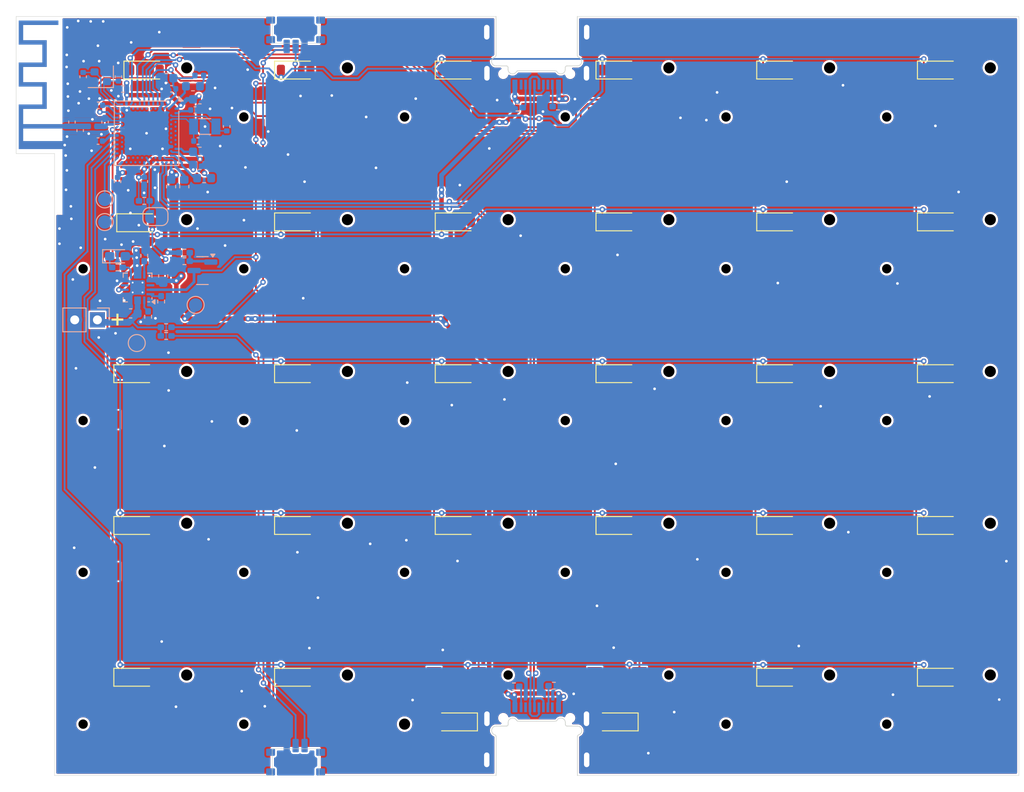
<source format=kicad_pcb>
(kicad_pcb (version 20241229) (generator "pcbnew") (generator_version "9.0")
  (layers (0 "F.Cu" signal) (2 "B.Cu" signal) (13 "F.Paste" user) (15 "B.Paste" user) (5 "F.SilkS" user "F.Silkscreen") (7 "B.SilkS" user "B.Silkscreen") (1 "F.Mask" user) (3 "B.Mask" user) (25 "Edge.Cuts" user))
  (net 0 "")
  (net 1 "/COL0")
  (net 2 "Net-(D1-A)")
  (net 3 "Net-(D2-A)")
  (net 4 "/COL1")
  (net 5 "/COL2")
  (net 6 "Net-(D3-A)")
  (net 7 "Net-(D4-A)")
  (net 8 "/COL3")
  (net 9 "Net-(D5-A)")
  (net 10 "/COL4")
  (net 11 "/COL5")
  (net 12 "Net-(D6-A)")
  (net 13 "Net-(D7-A)")
  (net 14 "Net-(D8-A)")
  (net 15 "Net-(D9-A)")
  (net 16 "Net-(D10-A)")
  (net 17 "Net-(D11-A)")
  (net 18 "Net-(D12-A)")
  (net 19 "Net-(D13-A)")
  (net 20 "Net-(D14-A)")
  (net 21 "Net-(D15-A)")
  (net 22 "Net-(D16-A)")
  (net 23 "Net-(D17-A)")
  (net 24 "Net-(D18-A)")
  (net 25 "Net-(D19-A)")
  (net 26 "Net-(D20-A)")
  (net 27 "Net-(D21-A)")
  (net 28 "Net-(D22-A)")
  (net 29 "Net-(D23-A)")
  (net 30 "Net-(D24-A)")
  (net 31 "Net-(D25-A)")
  (net 32 "Net-(D26-A)")
  (net 33 "Net-(D27-A)")
  (net 34 "Net-(D28-A)")
  (net 35 "Net-(D29-A)")
  (net 47 "/~{RESET}")
  (net 71 "GND")
  (net 72 "Net-(AE1-A)")
  (net 73 "VDD_nRF")
  (net 74 "Net-(U1-XL1{slash}P0.00)")
  (net 75 "Net-(U1-DCC)")
  (net 76 "/D+")
  (net 77 "Net-(U1-XC2)")
  (net 78 "Net-(U1-ANT)")
  (net 79 "VBUS")
  (net 80 "Net-(U1-XC1)")
  (net 81 "/D-")
  (net 82 "Net-(U1-DCCH)")
  (net 83 "Net-(U1-XL2{slash}P0.01)")
  (net 84 "Net-(L2-Pad2)")
  (net 85 "Net-(J1-CC2)")
  (net 86 "Net-(J1-CC1)")
  (net 87 "+5V")
  (net 88 "Net-(U2-ILIM)")
  (net 89 "+BATT")
  (net 90 "/SYSOFF")
  (net 91 "Net-(Q2-G)")
  (net 92 "Net-(U2-TS)")
  (net 94 "Net-(U2-~{CHG})")
  (net 96 "Net-(U2-ISET)")
  (net 97 "Net-(SW31-A)")
  (net 98 "Net-(D31-K)")
  (net 99 "Net-(J3-CC1)")
  (net 100 "Net-(J3-CC2)")
  (net 101 "Net-(U1-SWDCLK)")
  (net 102 "Net-(U1-SWDIO)")
  (net 103 "/DEC1")
  (net 104 "/DEC3")
  (net 105 "/DEC5")
  (net 106 "/DEC4_6")
  (net 107 "/DECUSB")
  (net 108 "/ROW0")
  (net 109 "/ROW1")
  (net 110 "/ROW2")
  (net 111 "/ROW3")
  (net 112 "/ROW4")
  (net 113 "Net-(D32-A)")
  (net 114 "Net-(SW32-A)")
  (footprint "PCM_marbastlib-xp-choc:SW_PG1316S" (layer "F.Cu") (at 166.5 51)
    (property "Reference" "SW4" (hide yes))
    (property "Value" "SW_Push")
  )
  (footprint "PCM_marbastlib-xp-choc:SW_PG1316S" (layer "F.Cu") (at 112.5 119)
    (property "Reference" "SW25" (hide yes))
    (property "Value" "SW_Push")
  )
  (footprint "Diode_SMD:D_SOD-123" (layer "F.Cu") (at 112.5 116.5)
    (property "Reference" "D24" (hide yes))
    (property "Value" "1N4148W")
  )
  (footprint "Diode_SMD:D_SOD-123" (layer "F.Cu") (at 166.5 65.5)
    (property "Reference" "D9" (hide yes))
    (property "Value" "1N4148W")
  )
  (footprint "Diode_SMD:D_SOD-123" (layer "F.Cu") (at 202.5 82.5)
    (property "Reference" "D17" (hide yes))
    (property "Value" "1N4148W")
  )
  (footprint "Diode_SMD:D_SOD-123" (layer "F.Cu") (at 166.5 82.5)
    (property "Reference" "D15" (hide yes))
    (property "Value" "1N4148W")
  )
  (footprint "PCM_marbastlib-xp-choc:SW_PG1316S" (layer "F.Cu") (at 166.5 68)
    (property "Reference" "SW10" (hide yes))
    (property "Value" "SW_Push")
  )
  (footprint "Diode_SMD:D_SOD-123" (layer "F.Cu") (at 130.5 48.5)
    (property "Reference" "D1" (hide yes))
    (property "Value" "1N4148W")
  )
  (footprint "Diode_SMD:D_SOD-123" (layer "F.Cu") (at 112.5 82.5)
    (property "Reference" "D12" (hide yes))
    (property "Value" "1N4148W")
  )
  (footprint "PCM_marbastlib-xp-choc:SW_PG1316S" (layer "F.Cu") (at 166.5 85)
    (property "Reference" "SW16" (hide yes))
    (property "Value" "SW_Push")
  )
  (footprint "PCM_marbastlib-xp-choc:SW_PG1316S" (layer "F.Cu") (at 148.5 85)
    (property "Reference" "SW15" (hide yes))
    (property "Value" "SW_Push")
  )
  (footprint "PCM_marbastlib-xp-choc:SW_PG1316S" (layer "F.Cu") (at 130.5 119)
    (property "Reference" "SW26" (hide yes))
    (property "Value" "SW_Push")
  )
  (footprint "PCM_marbastlib-xp-choc:SW_PG1316S" (layer "F.Cu") (at 148.5 102)
    (property "Reference" "SW21" (hide yes))
    (property "Value" "SW_Push")
  )
  (footprint "Diode_SMD:D_SOD-123" (layer "F.Cu") (at 184.5 82.5)
    (property "Reference" "D16" (hide yes))
    (property "Value" "1N4148W")
  )
  (footprint "PCM_marbastlib-xp-choc:SW_PG1316S" (layer "F.Cu") (at 202.5 102)
    (property "Reference" "SW24" (hide yes))
    (property "Value" "SW_Push")
  )
  (footprint "PCM_marbastlib-xp-choc:SW_PG1316S" (layer "F.Cu") (at 112.5 85)
    (property "Reference" "SW13" (hide yes))
    (property "Value" "SW_Push")
  )
  (footprint "PCM_marbastlib-xp-choc:SW_PG1316S" (layer "F.Cu") (at 112.5 68)
    (property "Reference" "SW7" (hide yes))
    (property "Value" "SW_Push")
  )
  (footprint "Diode_SMD:D_SOD-123" (layer "F.Cu") (at 184.5 65.5)
    (property "Reference" "D10" (hide yes))
    (property "Value" "1N4148W")
  )
  (footprint "Diode_SMD:D_SOD-123" (layer "F.Cu") (at 113.63 48.5)
    (property "Reference" "D32" (hide yes))
    (property "Value" "1N4148W")
  )
  (footprint "PCM_marbastlib-xp-choc:SW_PG1316S" (layer "F.Cu") (at 112.5 102)
    (property "Reference" "SW19" (hide yes))
    (property "Value" "SW_Push")
  )
  (footprint "Diode_SMD:D_SOD-123" (layer "F.Cu") (at 202.5 99.5)
    (property "Reference" "D23" (hide yes))
    (property "Value" "1N4148W")
  )
  (footprint "Diode_SMD:D_SOD-123" (layer "F.Cu") (at 148.5 82.5)
    (property "Reference" "D14" (hide yes))
    (property "Value" "1N4148W")
  )
  (footprint "PCM_marbastlib-xp-choc:SW_PG1316S" (layer "F.Cu") (at 130.5 102)
    (property "Reference" "SW20" (hide yes))
    (property "Value" "SW_Push")
  )
  (footprint "PCM_marbastlib-xp-choc:SW_PG1316S" (layer "F.Cu") (at 184.5 85)
    (property "Reference" "SW17" (hide yes))
    (property "Value" "SW_Push")
  )
  (footprint "Diode_SMD:D_SOD-123" (layer "F.Cu") (at 148.5 48.5)
    (property "Reference" "D2" (hide yes))
    (property "Value" "1N4148W")
  )
  (footprint "Diode_SMD:D_SOD-123" (layer "F.Cu") (at 166.5 121.5 180)
    (property "Reference" "D27" (hide yes))
    (property "Value" "1N4148W")
  )
  (footprint "Diode_SMD:D_SOD-123" (layer "F.Cu") (at 184.5 116.5)
    (property "Reference" "D28" (hide yes))
    (property "Value" "1N4148W")
  )
  (footprint "Diode_SMD:D_SOD-123" (layer "F.Cu") (at 130.5 82.5)
    (property "Reference" "D13" (hide yes))
    (property "Value" "1N4148W")
  )
  (footprint "PCM_marbastlib-xp-choc:SW_PG1316S" (layer "F.Cu") (at 130.5 51)
    (property "Reference" "SW2" (hide yes))
    (property "Value" "SW_Push")
  )
  (footprint "Diode_SMD:D_SOD-123" (layer "F.Cu") (at 202.5 48.5)
    (property "Reference" "D5" (hide yes))
    (property "Value" "1N4148W")
  )
  (footprint "PCM_marbastlib-xp-choc:SW_PG1316S" (layer "F.Cu") (at 130.5 85)
    (property "Reference" "SW14" (hide yes))
    (property "Value" "SW_Push")
  )
  (footprint "PCM_marbastlib-xp-choc:SW_PG1316S" (layer "F.Cu") (at 148.5 119 180)
    (property "Reference" "SW27" (hide yes))
    (property "Value" "SW_Push")
  )
  (footprint "PCM_marbastlib-xp-choc:SW_PG1316S" (layer "F.Cu") (at 202.5 51)
    (property "Reference" "SW6" (hide yes))
    (property "Value" "SW_Push")
  )
  (footprint "PCM_marbastlib-xp-choc:SW_PG1316S" (layer "F.Cu") (at 148.5 51)
    (property "Reference" "SW3" (hide yes))
    (property "Value" "SW_Push")
  )
  (footprint "PCM_marbastlib-xp-choc:SW_PG1316S" (layer "F.Cu") (at 112.5 51)
    (property "Reference" "SW1" (hide yes))
    (property "Value" "SW_Push")
  )
  (footprint "Diode_SMD:D_SOD-123" (layer "F.Cu") (at 112.8275 65.6)
    (property "Reference" "D6" (hide yes))
    (property "Value" "1N4148W")
  )
  (footprint "Diode_SMD:D_SOD-123" (layer "F.Cu") (at 166.5 99.5)
    (property "Reference" "D21" (hide yes))
    (property "Value" "1N4148W")
  )
  (footprint "Diode_SMD:D_SOD-123" (layer "F.Cu") (at 148.5 65.5)
    (property "Reference" "D8" (hide yes))
    (property "Value" "1N4148W")
  )
  (footprint "PCM_marbastlib-xp-choc:SW_PG1316S" (layer "F.Cu") (at 166.5 102)
    (property "Reference" "SW22" (hide yes))
    (property "Value" "SW_Push")
  )
  (footprint "Diode_SMD:D_SOD-123" (layer "F.Cu") (at 130.5 99.5)
    (property "Reference" "D19" (hide yes))
    (property "Value" "1N4148W")
  )
  (footprint "PCM_marbastlib-xp-choc:SW_PG1316S" (layer "F.Cu") (at 202.5 85)
    (property "Reference" "SW18" (hide yes))
    (property "Value" "SW_Push")
  )
  (footprint "Diode_SMD:D_SOD-123" (layer "F.Cu") (at 184.5 99.5)
    (property "Reference" "D22" (hide yes))
    (property "Value" "1N4148W")
  )
  (footprint "PCM_marbastlib-xp-choc:SW_PG1316S" (layer "F.Cu") (at 130.5 68)
    (property "Reference" "SW8" (hide yes))
    (property "Value" "SW_Push")
  )
  (footprint "PCM_marbastlib-xp-choc:SW_PG1316S" (layer "F.Cu") (at 202.5 68)
    (property "Reference" "SW12" (hide yes))
    (property "Value" "SW_Push")
  )
  (footprint "PCM_marbastlib-xp-choc:SW_PG1316S" (layer "F.Cu") (at 184.5 119)
    (property "Reference" "SW29" (hide yes))
    (property "Value" "SW_Push")
  )
  (footprint "Diode_SMD:D_SOD-123" (layer "F.Cu") (at 148.5 121.5 180)
    (property "Reference" "D26" (hide yes))
    (property "Value" "1N4148W")
  )
  (footprint "PCM_marbastlib-xp-choc:SW_PG1316S" (layer "F.Cu") (at 166.5 119 180)
    (property "Reference" "SW28" (hide yes))
    (property "Value" "SW_Push")
  )
  (footprint "Diode_SMD:D_SOD-123" (layer "F.Cu") (at 130.5 65.5)
    (property "Reference" "D7" (hide yes))
    (property "Value" "1N4148W")
  )
  (footprint "Diode_SMD:D_SOD-123" (layer "F.Cu") (at 202.5 65.5)
    (property "Reference" "D11" (hide yes))
    (property "Value" "1N4148W")
  )
  (footprint "PCM_marbastlib-xp-choc:SW_PG1316S" (layer "F.Cu") (at 184.5 51)
    (property "Reference" "SW5" (hide yes))
    (property "Value" "SW_Push")
  )
  (footprint "Diode_SMD:D_SOD-123" (layer "F.Cu") (at 202.5 116.5)
    (property "Reference" "D29" (hide yes))
    (property "Value" "1N4148W")
  )
  (footprint "PCM_marbastlib-xp-choc:SW_PG1316S" (layer "F.Cu") (at 184.5 68)
    (property "Reference" "SW11" (hide yes))
    (property "Value" "SW_Push")
  )
  (footprint "Diode_SMD:D_SOD-123" (layer "F.Cu") (at 130.5 116.5)
    (property "Reference" "D25" (hide yes))
    (property "Value" "1N4148W")
  )
  (footprint "Diode_SMD:D_SOD-123" (layer "F.Cu") (at 166.5 48.5)
    (property "Reference" "D3" (hide yes))
    (property "Value" "1N4148W")
  )
  (footprint "Diode_SMD:D_SOD-123" (layer "F.Cu") (at 112.5 99.5)
    (property "Reference" "D18" (hide yes))
    (property "Value" "1N4148W")
  )
  (footprint "PCM_marbastlib-xp-choc:SW_PG1316S" (layer "F.Cu") (at 148.5 68)
    (property "Reference" "SW9" (hide yes))
    (property "Value" "SW_Push")
  )
  (footprint "PCM_marbastlib-xp-choc:SW_PG1316S" (layer "F.Cu") (at 202.5 119)
    (property "Reference" "SW30" (hide yes))
    (property "Value" "SW_Push")
  )
  (footprint "Diode_SMD:D_SOD-123" (layer "F.Cu") (at 184.5 48.5)
    (property "Reference" "D4" (hide yes))
    (property "Value" "1N4148W")
  )
  (footprint "Diode_SMD:D_SOD-123" (layer "F.Cu") (at 148.5 99.5)
    (property "Reference" "D20" (hide yes))
    (property "Value" "1N4148W")
  )
  (footprint "PCM_marbastlib-xp-choc:SW_PG1316S" (layer "F.Cu") (at 184.5 102)
    (property "Reference" "SW23" (hide yes))
    (property "Value" "SW_Push")
  )
  (footprint "Capacitor_SMD:C_0603_1608Metric" (layer "B.Cu") (at 119.78 59.125)
    (property "Reference" "C15" (hide yes))
    (property "Value" "4.7uF")
  )
  (footprint "ultraflat:Switch_Sink_MINI_MSK12CO2" (layer "B.Cu") (at 130.5 44)
    (property "Reference" "SW31" (hide yes))
    (property "Value" "SW_SPDT")
    (fp_line (start -2.625 1.5) (end -2.625 -1.5) (stroke (width 0.05)) (layer "Edge.Cuts"))
    (fp_line (start 2.625 -1.5) (end 2.625 1.5) (stroke (width 0.05)) (layer "Edge.Cuts"))
    (fp_line (start 2.625 1.5) (end -2.625 1.5) (stroke (width 0.05)) (layer "Edge.Cuts"))
  )
  (footprint "Capacitor_SMD:C_0402_1005Metric" (layer "B.Cu") (at 119.56 56.45)
    (property "Reference" "C4" (hide yes))
    (property "Value" "15pF")
  )
  (footprint "Crystal:Crystal_SMD_2016-4Pin_2.0x1.6mm" (layer "B.Cu") (at 108.68 49.25 180)
    (property "Reference" "Y1" (hide yes))
    (property "Value" "32MHz 12pF")
  )
  (footprint "Capacitor_SMD:C_0603_1608Metric" (layer "B.Cu") (at 119.78 57.65)
    (property "Reference" "C16" (hide yes))
    (property "Value" "4.7uF")
  )
  (footprint "Capacitor_SMD:C_0402_1005Metric" (layer "B.Cu") (at 108.4 52.44)
    (property "Reference" "C9" (hide yes))
    (property "Value" "100pF")
  )
  (footprint "Connector_PinSocket_2.54mm:PinSocket_1x02_P2.54mm_Vertical" (layer "B.Cu") (at 108.3 76.475 90)
    (property "Reference" "J2" (hide yes))
    (property "Value" "Conn_01x02")
  )
  (footprint "Package_DFN_QFN:Nordic_AQFN-73-1EP_7x7mm_P0.5mm" (layer "B.Cu") (at 113.805 55.575 180)
    (property "Reference" "U1" (hide yes))
    (property "Value" "nRF52840")
  )
  (footprint "Resistor_SMD:R_0402_1005Metric_Pad0.72x0.64mm_HandSolder" (layer "B.Cu") (at 113.98 76.12 90)
    (property "Reference" "R10" (hide yes))
    (property "Value" "10k")
  )
  (footprint "ultraflat:Switch_Sink_MINI_MSK12CO2" (layer "B.Cu") (at 130.5 126 180)
    (property "Reference" "SW32" (hide yes))
    (property "Value" "SW_SPDT")
    (fp_line (start 2.625 1.5) (end -2.625 1.5) (stroke (width 0.05)) (layer "Edge.Cuts"))
    (fp_line (start 2.625 -1.5) (end 2.625 1.5) (stroke (width 0.05)) (layer "Edge.Cuts"))
    (fp_line (start -2.625 1.5) (end -2.625 -1.5) (stroke (width 0.05)) (layer "Edge.Cuts"))
  )
  (footprint "Inductor_SMD:L_0402_1005Metric" (layer "B.Cu") (at 107.76 54.8)
    (property "Reference" "L1" (hide yes))
    (property "Value" "4.7nH")
  )
  (footprint "Capacitor_SMD:C_0402_1005Metric" (layer "B.Cu") (at 105.45 54.32 90)
    (property "Reference" "C6" (hide yes))
    (property "Value" "0.5pF")
  )
  (footprint "Resistor_SMD:R_0402_1005Metric_Pad0.72x0.64mm_HandSolder" (layer "B.Cu") (at 155.35 52.7 180)
    (property "Reference" "R1" (hide yes))
    (property "Value" "5.1k")
  )
  (footprint "Resistor_SMD:R_0402_1005Metric_Pad0.72x0.64mm_HandSolder" (layer "B.Cu") (at 159.88 52.58)
    (property "Reference" "R2" (hide yes))
    (property "Value" "5.1k")
  )
  (footprint "Capacitor_SMD:C_0603_1608Metric" (layer "B.Cu") (at 115.67 71.56 90)
    (property "Reference" "C22" (hide yes))
    (property "Value" "4.7uF")
  )
  (footprint "LED_SMD:LED_0603_1608Metric_Pad1.05x0.95mm_HandSolder" (layer "B.Cu") (at 110.55 69.35)
    (property "Reference" "D31" (hide yes))
    (property "Value" "LED")
  )
  (footprint "Crystal:Crystal_SMD_3215-2Pin_3.2x1.5mm" (layer "B.Cu") (at 120.32 54.82 180)
    (property "Reference" "Y2" (hide yes))
    (property "Value" "32.768kHz 12.5pF")
  )
  (footprint "Capacitor_SMD:C_0402_1005Metric" (layer "B.Cu") (at 116.6 50.6)
    (property "Reference" "C12" (hide yes))
    (property "Value" "47nF")
  )
  (footprint "Capacitor_SMD:C_0603_1608Metric" (layer "B.Cu") (at 116.555 61.55 -90)
    (property "Reference" "C14" (hide yes))
    (property "Value" "4.7uF")
  )
  (footprint "Resistor_SMD:R_0402_1005Metric_Pad0.72x0.64mm_HandSolder" (layer "B.Cu") (at 113.55 69.3 -90)
    (property "Reference" "R5" (hide yes))
    (property "Value" "1.5k")
  )
  (footprint "TestPoint:TestPoint_Pad_D1.5mm" (layer "B.Cu") (at 112.71 79.07)
    (property "Reference" "TP4" (hide yes))
    (property "Value" "TestPoint")
  )
  (footprint "RF_Antenna:Texas_SWRA117D_2.4GHz_Left" (layer "B.Cu") (at 104.64 54.8 -90)
    (property "Reference" "AE1" (hide yes))
    (property "Value" "Antenna_Shield")
  )
  (footprint "Inductor_SMD:L_0603_1608Metric" (layer "B.Cu") (at 119 50.31)
    (property "Reference" "L2" (hide yes))
    (property "Value" "10uH")
  )
  (footprint "Inductor_SMD:L_0603_1608Metric" (layer "B.Cu") (at 120.255 60.6)
    (property "Reference" "L4" (hide yes))
    (property "Value" "10uH")
  )
  (footprint "Resistor_SMD:R_0402_1005Metric_Pad0.72x0.64mm_HandSolder" (layer "B.Cu") (at 110.55 70.6 180)
    (property "Reference" "R9" (hide yes))
    (property "Value" "1.5k")
  )
  (footprint "Capacitor_SMD:C_0402_1005Metric" (layer "B.Cu") (at 106.705 49.25 90)
    (property "Reference" "C1" (hide yes))
    (property "Value" "15pF")
  )
  (footprint "Capacitor_SMD:C_0402_1005Metric" (layer "B.Cu") (at 119.23 52.975 180)
    (property "Reference" "C8" (hide yes))
    (property "Value" "100nF")
  )
  (footprint "Capacitor_SMD:C_0402_1005Metric" (layer "B.Cu") (at 110.555 61 -90)
    (property "Reference" "C20" (hide yes))
    (property "Value" "100nF")
  )
  (footprint "Inductor_SMD:L_0402_1005Metric" (layer "B.Cu") (at 119.71 49.11 180)
    (property "Reference" "L3" (hide yes))
    (property "Value" "15nH")
  )
  (footprint "Capacitor_SMD:C_0402_1005Metric" (layer "B.Cu") (at 106.37 55.28 -90)
    (property "Reference" "C7" (hide yes))
    (property "Value" "NC")
  )
  (footprint "Resistor_SMD:R_0402_1005Metric_Pad0.72x0.64mm_HandSolder" (layer "B.Cu") (at 118.05 68.95 180)
    (property "Reference" "R7" (hide yes))
    (property "Value" "100")
  )
  (footprint "TestPoint:TestPoint_Pad_D1.5mm" (layer "B.Cu") (at 119.3 74.8)
    (property "Reference" "TP3" (hide yes))
    (property "Value" "TestPoint")
  )
  (footprint "Capacitor_SMD:C_0402_1005Metric" (layer "B.Cu") (at 113.555 60.98 -90)
    (property "Reference" "C19" (hide yes))
    (property "Value" "100nF")
  )
  (footprint "PCM_marbastlib-various:USB_C_Receptacle_HRO_TYPE-C-31-M-14" (layer "B.Cu") (at 157.5 48.935)
    (property "Reference" "J1" (hide yes))
    (property "Value" "USB_C_Receptacle_USB2.0_14P")
    (fp_line (start -4.554999 -2.0758) (end -4.554999 -6.435) (stroke (width 0.08)) (layer "Edge.Cuts"))
    (fp_line (start -3.405 -0.905) (end -4.555 -0.905) (stroke (width 0.08)) (layer "Edge.Cuts"))
    (fp_line (start -3.204999 -0.505) (end -3.204999 -0.705) (stroke (width 0.08)) (layer "Edge.Cuts"))
    (fp_line (start -0.004999 -0.355) (end -2.098781 -0.355) (stroke (width 0.08)) (layer "Edge.Cuts"))
    (fp_line (start -0.004999 -0.355) (end 2.0888 -0.355) (stroke (width 0.08)) (layer "Edge.Cuts"))
    (fp_line (start 3.195001 -0.505) (end 3.195001 -0.705) (stroke (width 0.08)) (layer "Edge.Cuts"))
    (fp_line (start 3.395 -0.905) (end 4.545 -0.905) (stroke (width 0.08)) (layer "Edge.Cuts"))
    (fp_line (start 4.545001 -2.075821) (end 4.545001 -6.435) (stroke (width 0.08)) (layer "Edge.Cuts"))
    (fp_arc (start -4.555 -0.905) (mid -5.04976 -1.332815) (end -4.697856 -1.884157) (stroke (width 0.08)) (layer "Edge.Cuts"))
    (fp_arc (start -4.554999 -2.0758) (mid -4.594642 -1.956298) (end -4.697856 -1.884158) (stroke (width 0.08)) (layer "Edge.Cuts"))
    (fp_arc (start -3.405 -0.905) (mid -3.263577 -0.846421) (end -3.204999 -0.705) (stroke (width 0.08)) (layer "Edge.Cuts"))
    (fp_arc (start -2.271986 -0.255) (mid -2.834409 -0.022037) (end -3.205001 -0.505) (stroke (width 0.08)) (layer "Edge.Cuts"))
    (fp_arc (start -2.271986 -0.255) (mid -2.198781 -0.328205) (end -2.098781 -0.355) (stroke (width 0.08)) (layer "Edge.Cuts"))
    (fp_arc (start 2.0888 -0.355) (mid 2.188789 -0.328211) (end 2.261988 -0.255) (stroke (width 0.08)) (layer "Edge.Cuts"))
    (fp_arc (start 3.195001 -0.705) (mid 3.253579 -0.846421) (end 3.395 -0.905) (stroke (width 0.08)) (layer "Edge.Cuts"))
    (fp_arc (start 3.195001 -0.505) (mid 2.82441 -0.022036) (end 2.261988 -0.255) (stroke (width 0.08)) (layer "Edge.Cuts"))
    (fp_arc (start 4.687858 -1.884158) (mid 5.039763 -1.332815) (end 4.545 -0.905) (stroke (width 0.08)) (layer "Edge.Cuts"))
    (fp_arc (start 4.687858 -1.884158) (mid 4.584652 -1.9563) (end 4.545001 -2.075821) (stroke (width 0.08)) (layer "Edge.Cuts"))
  )
  (footprint "Resistor_SMD:R_0402_1005Metric_Pad0.72x0.64mm_HandSolder" (layer "B.Cu") (at 159.42 117.45)
    (property "Reference" "R11" (hide yes))
    (property "Value" "5.1k")
  )
  (footprint "Resistor_SMD:R_0402_1005Metric_Pad0.72x0.64mm_HandSolder" (layer "B.Cu") (at 113.555 63.15)
    (property "Reference" "R3" (hide yes))
    (property "Value" "10k")
  )
  (footprint "Resistor_SMD:R_0402_1005Metric_Pad0.72x0.64mm_HandSolder" (layer "B.Cu") (at 116 77.3 180)
    (property "Reference" "R8" (hide yes))
    (property "Value" "10k")
  )
  (footprint "Resistor_SMD:R_0402_1005Metric_Pad0.72x0.64mm_HandSolder" (layer "B.Cu") (at 116 78.275 180)
    (property "Reference" "R13" (hide yes))
    (property "Value" "10k")
  )
  (footprint "Capacitor_SMD:C_0402_1005Metric" (layer "B.Cu") (at 110.655 49.25 -90)
    (property "Reference" "C2" (hide yes))
    (property "Value" "15pF")
  )
  (footprint "Capacitor_SMD:C_0603_1608Metric" (layer "B.Cu") (at 118.03 61.55 90)
    (property "Reference" "C13" (hide yes))
    (property "Value" "4.7uF")
  )
  (footprint "Capacitor_SMD:C_0402_1005Metric" (layer "B.Cu") (at 109.155 54.32 90)
    (property "Reference" "C5" (hide yes))
    (property "Value" "0.8pF")
  )
  (footprint "PCM_marbastlib-various:USB_C_Receptacle_HRO_TYPE-C-31-M-14" (layer "B.Cu") (at 157.5 121.065 180)
    (property "Reference" "J3" (hide yes))
    (property "Value" "USB_C_Receptacle_USB2.0_14P")
    (fp_line (start 4.545001 -2.075821) (end 4.545001 -6.435) (stroke (width 0.08)) (layer "Edge.Cuts"))
    (fp_line (start 3.395 -0.905) (end 4.545 -0.905) (stroke (width 0.08)) (layer "Edge.Cuts"))
    (fp_line (start 3.195001 -0.505) (end 3.195001 -0.705) (stroke (width 0.08)) (layer "Edge.Cuts"))
    (fp_line (start -0.004999 -0.355) (end 2.0888 -0.355) (stroke (width 0.08)) (layer "Edge.Cuts"))
    (fp_line (start -0.004999 -0.355) (end -2.098781 -0.355) (stroke (width 0.08)) (layer "Edge.Cuts"))
    (fp_line (start -3.204999 -0.505) (end -3.204999 -0.705) (stroke (width 0.08)) (layer "Edge.Cuts"))
    (fp_line (start -3.405 -0.905) (end -4.555 -0.905) (stroke (width 0.08)) (layer "Edge.Cuts"))
    (fp_line (start -4.554999 -2.0758) (end -4.554999 -6.435) (stroke (width 0.08)) (layer "Edge.Cuts"))
    (fp_arc (start 4.687858 -1.884158) (mid 4.584652 -1.9563) (end 4.545001 -2.075821) (stroke (width 0.08)) (layer "Edge.Cuts"))
    (fp_arc (start 4.687858 -1.884158) (mid 5.039763 -1.332815) (end 4.545 -0.905) (stroke (width 0.08)) (layer "Edge.Cuts"))
    (fp_arc (start 3.195001 -0.505) (mid 2.82441 -0.022036) (end 2.261988 -0.255) (stroke (width 0.08)) (layer "Edge.Cuts"))
    (fp_arc (start 3.195001 -0.705) (mid 3.253579 -0.846421) (end 3.395 -0.905) (stroke (width 0.08)) (layer "Edge.Cuts"))
    (fp_arc (start 2.0888 -0.355) (mid 2.188789 -0.328211) (end 2.261988 -0.255) (stroke (width 0.08)) (layer "Edge.Cuts"))
    (fp_arc (start -2.271986 -0.255) (mid -2.198781 -0.328205) (end -2.098781 -0.355) (stroke (width 0.08)) (layer "Edge.Cuts"))
    (fp_arc (start -2.271986 -0.255) (mid -2.834409 -0.022037) (end -3.205001 -0.505) (stroke (width 0.08)) (layer "Edge.Cuts"))
    (fp_arc (start -3.405 -0.905) (mid -3.263577 -0.846421) (end -3.204999 -0.705) (stroke (width 0.08)) (layer "Edge.Cuts"))
    (fp_arc (start -4.554999 -2.0758) (mid -4.594642 -1.956298) (end -4.697856 -1.884158) (stroke (width 0.08)) (layer "Edge.Cuts"))
    (fp_arc (start -4.555 -0.905) (mid -5.04976 -1.332815) (end -4.697856 -1.884157) (stroke (width 0.08)) (layer "Edge.Cuts"))
  )
  (footprint "Resistor_SMD:R_0402_1005Metric_Pad0.72x0.64mm_HandSolder" (layer "B.Cu") (at 115.44 74.42 90)
    (property "Reference" "R4" (hide yes))
    (property "Value" "3.9k")
  )
  (footprint "Jumper:SolderJumper-2_P1.3mm_Open_RoundedPad1.0x1.5mm" (layer "B.Cu") (at 114.8 64.91 180)
    (property "Reference" "JP1" (hide yes))
    (property "Value" "SolderJumper_2_Open")
  )
  (footprint "Package_TO_SOT_SMD:SOT-23" (layer "B.Cu") (at 120.0625 70.9525 180)
    (property "Reference" "Q2" (hide yes))
    (property "Value" "2N7002")
  )
  (footprint "Package_DFN_QFN:VQFN-16-1EP_3x3mm_P0.5mm_EP1.6x1.6mm_ThermalVias" (layer "B.Cu") (at 112.8 72.85 90)
    (property "Reference" "U2" (hide yes))
    (property "Value" "BQ24075RGT")
  )
  (footprint "Capacitor_SMD:C_0402_1005Metric" (layer "B.Cu") (at 122.78 54.83 90)
    (property "Reference" "C3" (hide yes))
    (property "Value" "15pF")
  )
  (footprint "Capacitor_SMD:C_0603_1608Metric" (layer "B.Cu") (at 119.78 51.775)
    (property "Reference" "C17" (hide yes))
    (property "Value" "1uF")
  )
  (footprint "Capacitor_SMD:C_0402_1005Metric" (layer "B.Cu") (at 108.38 56.45)
    (property "Reference" "C10" (hide yes))
    (property "Value" "820pF")
  )
  (footprint "Resistor_SMD:R_0402_1005Metric_Pad0.72x0.64mm_HandSolder" (layer "B.Cu") (at 154.95 117.52 180)
    (property "Reference" "R12" (hide yes))
    (property "Value" "5.1k")
  )
  (footprint "TestPoint:TestPoint_Pad_D1.5mm" (layer "B.Cu") (at 109.12 62.98)
    (property "Reference" "TP1" (hide yes))
    (property "Value" "TestPoint")
  )
  (footprint "Capacitor_SMD:C_0402_1005Metric" (layer "B.Cu") (at 111.105 50.62 180)
    (property "Reference" "C18" (hide yes))
    (property "Value" "100nF")
  )
  (footprint "Capacitor_SMD:C_0603_1608Metric" (layer "B.Cu") (at 112.025 75.75 180)
    (property "Reference" "C21" (hide yes))
    (property "Value" "4.7uF")
  )
  (footprint "Resistor_SMD:R_0402_1005Metric_Pad0.72x0.64mm_HandSolder" (layer "B.Cu") (at 118.05 69.9025)
    (property "Reference" "R6" (hide yes))
    (property "Value" "10k")
  )
  (footprint "Capacitor_SMD:C_0603_1608Metric" (layer "B.Cu") (at 116.03 49.4)
    (property "Reference" "C11" (hide yes))
    (property "Value" "1uF")
  )
  (footprint "TestPoint:TestPoint_Pad_D1.5mm" (layer "B.Cu") (at 109.12 65.52)
    (property "Reference" "TP2" (hide yes))
    (property "Value" "TestPoint")
  )
  (gr_line (start 106.85 76.75) (end 106.85 76.1) (stroke (width 0.15)) (layer "B.Cu") (net 111))
  (gr_line (start 154.294999 48.43) (end 154.295001 48.43) (stroke (width 0.08)) (layer "Edge.Cuts"))
  (gr_line (start 162.045001 42.5) (end 211.5 42.5) (stroke (width 0.05)) (layer "Edge.Cuts"))
  (gr_line (start 152.954999 127.5) (end 133.125 127.5) (stroke (width 0.05)) (layer "Edge.Cuts"))
  (gr_line (start 152.802144 47.050842) (end 152.802144 47.050843) (stroke (width 0.08)) (layer "Edge.Cuts"))
  (gr_line (start 211.5 42.5) (end 211.5 127.5) (stroke (width 0.05)) (layer "Edge.Cuts"))
  (gr_line (start 162.197856 122.949158) (end 162.197856 122.949157) (stroke (width 0.08)) (layer "Edge.Cuts"))
  (gr_line (start 99.2 42.5) (end 127.885 42.5) (stroke (width 0.05)) (layer "Edge.Cuts"))
  (gr_line (start 103.5 57.85) (end 99.2 57.85) (stroke (width 0.05)) (layer "Edge.Cuts"))
  (gr_line (start 133.125 42.5) (end 152.945001 42.5) (stroke (width 0.05)) (layer "Edge.Cuts"))
  (gr_line (start 103.5 127.5) (end 103.5 57.85) (stroke (width 0.05)) (layer "Edge.Cuts"))
  (gr_line (start 211.5 127.5) (end 162.054999 127.5) (stroke (width 0.05)) (layer "Edge.Cuts"))
  (gr_line (start 160.705001 121.57) (end 160.704999 121.57) (stroke (width 0.08)) (layer "Edge.Cuts"))
  (gr_line (start 99.2 57.85) (end 99.2 42.5) (stroke (width 0.05)) (layer "Edge.Cuts"))
  (gr_line (start 127.875 127.5) (end 103.5 127.5) (stroke (width 0.05)) (layer "Edge.Cuts"))
  (gr_text "+" (at 110.545 76.48 0) (layer "F.SilkS") (effects (font (size 1.5 1.5) (thickness 0.3) (bold yes))))
  (segment (start 109.998076 55.18195) (end 112.49305 55.18195) (width 0.2) (layer "F.Cu") (net 1))
  (segment (start 109.949 121.599) (end 110 121.65) (width 0.2) (layer "F.Cu") (net 1))
  (segment (start 112.49305 55.18195) (end 114.025 53.65) (width 0.2) (layer "F.Cu") (net 1))
  (segment (start 109.998076 55.18195) (end 110 55.183874) (width 0.2) (layer "F.Cu") (net 1))
  (segment (start 114.025 53.65) (end 115 53.65) (width 0.2) (layer "F.Cu") (net 1))
  (segment (start 109.43 87.08) (end 110 87.65) (width 0.2) (layer "F.Cu") (net 1))
  (segment (start 110 55.183874) (end 110 56.79) (width 0.2) (layer "F.Cu") (net 1))
  (segment (start 109.43 71.22) (end 109.43 87.08) (width 0.2) (layer "F.Cu") (net 1))
  (segment (start 110 70.65) (end 110 56.79) (width 0.2) (layer "F.Cu") (net 1))
  (segment (start 110 70.65) (end 109.43 71.22) (width 0.2) (layer "F.Cu") (net 1))
  (segment (start 110 87.65) (end 110 121.65) (width 0.2) (layer "F.Cu") (net 1))
  (via (at 109.998076 55.18195) (size 0.6) (drill 0.3) (layers "F.Cu" "B.Cu") (net 1))
  (segment (start 110.39705 54.98295) (end 110.197076 54.98295) (width 0.2) (layer "B.Cu") (net 1))
  (segment (start 110.197076 54.98295) (end 109.998076 55.18195) (width 0.2) (layer "B.Cu") (net 1))
  (segment (start 110.555 54.825) (end 110.39705 54.98295) (width 0.2) (layer "B.Cu") (net 1))
  (segment (start 133 53.65) (end 133 49.35) (width 0.2) (layer "F.Cu") (net 2))
  (segment (start 133 49.35) (end 132.15 48.5) (width 0.2) (layer "F.Cu") (net 2))
  (segment (start 151 49.35) (end 150.15 48.5) (width 0.2) (layer "F.Cu") (net 3))
  (segment (start 151 53.65) (end 151 49.35) (width 0.2) (layer "F.Cu") (net 3))
  (segment (start 116.539761 48.475363) (end 116.539759 48.475365) (width 0.2) (layer "F.Cu") (net 4))
  (segment (start 116.539759 48.475365) (end 116.539759 48.633951) (width 0.2) (layer "F.Cu") (net 4))
  (segment (start 126.15 53.65) (end 128 53.65) (width 0.2) (layer "F.Cu") (net 4))
  (segment (start 128 121.65) (end 128 53.65) (width 0.2) (layer "F.Cu") (net 4))
  (segment (start 122.2 49.7) (end 126.15 53.65) (width 0.2) (layer "F.Cu") (net 4))
  (segment (start 117.605808 49.7) (end 122.2 49.7) (width 0.2) (layer "F.Cu") (net 4))
  (segment (start 116.539759 48.633951) (end 117.605808 49.7) (width 0.2) (layer "F.Cu") (net 4))
  (via (at 116.539761 48.475363) (size 0.6) (drill 0.3) (layers "F.Cu" "B.Cu") (net 4))
  (segment (start 114.53 48.9706) (end 114.53 50.55) (width 0.2) (layer "B.Cu") (net 4))
  (segment (start 114.53 50.55) (end 115.055 51.075) (width 0.2) (layer "B.Cu") (net 4))
  (segment (start 115.055 51.075) (end 115.055 52.325) (width 0.2) (layer "B.Cu") (net 4))
  (segment (start 115.00358 48.49702) (end 114.53 48.9706) (width 0.2) (layer "B.Cu") (net 4))
  (segment (start 116.518102 48.49702) (end 115.00358 48.49702) (width 0.2) (layer "B.Cu") (net 4))
  (segment (start 116.539759 48.475363) (end 116.518102 48.49702) (width 0.2) (layer "B.Cu") (net 4))
  (segment (start 116.539761 48.475363) (end 116.539759 48.475363) (width 0.2) (layer "B.Cu") (net 4))
  (segment (start 129 52.15) (end 132 55.15) (width 0.2) (layer "F.Cu") (net 5))
  (segment (start 144.5 55.15) (end 146 53.65) (width 0.2) (layer "F.Cu") (net 5))
  (segment (start 117.053852 47.929276) (end 117.070662 47.946086) (width 0.2) (layer "F.Cu") (net 5))
  (segment (start 117.91 49.3) (end 122.67 49.3) (width 0.2) (layer "F.Cu") (net 5))
  (segment (start 132 55.15) (end 144.5 55.15) (width 0.2) (layer "F.Cu") (net 5))
  (segment (start 151 116.35) (end 151 109.65) (width 0.2) (layer "F.Cu") (net 5))
  (segment (start 117.053852 47.997879) (end 117.053852 48.210222) (width 0.2) (layer "F.Cu") (net 5))
  (segment (start 151 109.65) (end 146 104.65) (width 0.2) (layer "F.Cu") (net 5))
  (segment (start 125.52 52.15) (end 129 52.15) (width 0.2) (layer "F.Cu") (net 5))
  (segment (start 117.053852 48.210222) (end 117.090761 48.247131) (width 0.2) (layer "F.Cu") (net 5))
  (segment (start 122.67 49.3) (end 125.52 52.15) (width 0.2) (layer "F.Cu") (net 5))
  (segment (start 117.070662 47.946086) (end 117.105645 47.946086) (width 0.2) (layer "F.Cu") (net 5))
  (segment (start 117.090761 48.247131) (end 117.090761 48.480761) (width 0.2) (layer "F.Cu") (net 5))
  (segment (start 117.105645 47.946086) (end 117.053852 47.997879) (width 0.2) (layer "F.Cu") (net 5))
  (segment (start 146 53.65) (end 146 104.65) (width 0.2) (layer "F.Cu") (net 5))
  (segment (start 117.090761 48.480761) (end 117.91 49.3) (width 0.2) (layer "F.Cu") (net 5))
  (via (at 117.053852 47.929276) (size 0.6) (drill 0.3) (layers "F.Cu" "B.Cu") (net 5))
  (segment (start 117.087951 47.929276) (end 117.209493 47.807734) (width 0.2) (layer "B.Cu") (net 5))
  (segment (start 117.161759 47.76) (end 115.04 47.76) (width 0.2) (layer "B.Cu") (net 5))
  (segment (start 114.555 51.185) (end 114.555 52.325) (width 0.2) (layer "B.Cu") (net 5))
  (segment (start 114.16 50.79) (end 114.555 51.185) (width 0.2) (layer "B.Cu") (net 5))
  (segment (start 115.04 47.76) (end 114.16 48.64) (width 0.2) (layer "B.Cu") (net 5))
  (segment (start 114.16 48.64) (end 114.16 50.79) (width 0.2) (layer "B.Cu") (net 5))
  (segment (start 117.209493 47.807734) (end 117.161759 47.76) (width 0.2) (layer "B.Cu") (net 5))
  (segment (start 117.053852 47.929276) (end 117.087951 47.929276) (width 0.2) (layer "B.Cu") (net 5))
  (segment (start 169 49.35) (end 168.15 48.5) (width 0.2) (layer "F.Cu") (net 6))
  (segment (start 169 53.65) (end 169 49.35) (width 0.2) (layer "F.Cu") (net 6))
  (segment (start 187 53.65) (end 187 49.35) (width 0.2) (layer "F.Cu") (net 7))
  (segment (start 187 49.35) (end 186.15 48.5) (width 0.2) (layer "F.Cu") (net 7))
  (segment (start 164 53.65) (end 164 104.65) (width 0.2) (layer "F.Cu") (net 8))
  (segment (start 117.74545 47.149) (end 141.999 47.149) (width 0.2) (layer "F.Cu") (net 8))
  (segment (start 169 116.35) (end 169 109.65) (width 0.2) (layer "F.Cu") (net 8))
  (segment (start 117.58534 47.30911) (end 117.74545 47.149) (width 0.2) (layer "F.Cu") (net 8))
  (segment (start 164 55.65) (end 164 53.65) (width 0.2) (layer "F.Cu") (net 8))
  (segment (start 148 53.15) (end 148 54.05) (width 0.2) (layer "F.Cu") (net 8))
  (segment (start 148 54.05) (end 149.6 55.65) (width 0.2) (layer "F.Cu") (net 8))
  (segment (start 149.6 55.65) (end 164 55.65) (width 0.2) (layer "F.Cu") (net 8))
  (segment (start 169 109.65) (end 164 104.65) (width 0.2) (layer "F.Cu") (net 8))
  (segment (start 117.490101 47.30911) (end 117.58534 47.30911) (width 0.2) (layer "F.Cu") (net 8))
  (segment (start 141.999 47.149) (end 148 53.15) (width 0.2) (layer "F.Cu") (net 8))
  (via (at 117.490101 47.30911) (size 0.6) (drill 0.3) (layers "F.Cu" "B.Cu") (net 8))
  (segment (start 117.096527 47.30911) (end 117.025637 47.38) (width 0.2) (layer "B.Cu") (net 8))
  (segment (start 117.025637 47.38) (end 114.89 47.38) (width 0.2) (layer "B.Cu") (net 8))
  (segment (start 114.89 47.38) (end 113.79 48.48) (width 0.2) (layer "B.Cu") (net 8))
  (segment (start 117.490101 47.30911) (end 117.096527 47.30911) (width 0.2) (layer "B.Cu") (net 8))
  (segment (start 113.79 51.06) (end 114.055 51.325) (width 0.2) (layer "B.Cu") (net 8))
  (segment (start 114.055 51.325) (end 114.055 52.325) (width 0.2) (layer "B.Cu") (net 8))
  (segment (start 113.79 48.48) (end 113.79 51.06) (width 0.2) (layer "B.Cu") (net 8))
  (segment (start 205 49.35) (end 204.15 48.5) (width 0.2) (layer "F.Cu") (net 9))
  (segment (start 205 53.65) (end 205 49.35) (width 0.2) (layer "F.Cu") (net 9))
  (segment (start 149.849 55.299) (end 161.731 55.299) (width 0.2) (layer "F.Cu") (net 10))
  (segment (start 117.3 46.75) (end 142.4 46.75) (width 0.2) (layer "F.Cu") (net 10))
  (segment (start 148.45 52.799999) (end 148.45 53.9) (width 0.2) (layer "F.Cu") (net 10))
  (segment (start 148.45 53.9) (end 149.849 55.299) (width 0.2) (layer "F.Cu") (net 10))
  (segment (start 162.43 53.09) (end 163.22 52.3) (width 0.2) (layer "F.Cu") (net 10))
  (segment (start 182 55.4) (end 182 55.1) (width 0.2) (layer "F.Cu") (net 10))
  (segment (start 168.003612 55.4) (end 182 55.4) (width 0.2) (layer "F.Cu") (net 10))
  (segment (start 116.8 46.83) (end 117.22 46.83) (width 0.2) (layer "F.Cu") (net 10))
  (segment (start 142.4 46.75) (end 148.45 52.799999) (width 0.2) (layer "F.Cu") (net 10))
  (segment (start 164.903612 52.3) (end 168.003612 55.4) (width 0.2) (layer "F.Cu") (net 10))
  (segment (start 161.731 55.299) (end 162.43 54.6) (width 0.2) (layer "F.Cu") (net 10))
  (segment (start 117.22 46.83) (end 117.3 46.75) (width 0.2) (layer "F.Cu") (net 10))
  (segment (start 182 55.1) (end 182 121.65) (width 0.2) (layer "F.Cu") (net 10))
  (segment (start 162.43 54.6) (end 162.43 53.09) (width 0.2) (layer "F.Cu") (net 10))
  (segment (start 182 53.65) (end 182 55.1) (width 0.2) (layer "F.Cu") (net 10))
  (segment (start 163.22 52.3) (end 164.903612 52.3) (width 0.2) (layer "F.Cu") (net 10))
  (via (at 116.8 46.83) (size 0.6) (drill 0.3) (layers "F.Cu" "B.Cu") (net 10))
  (segment (start 113.38 51.37) (end 113.555 51.545) (width 0.2) (layer "B.Cu") (net 10))
  (segment (start 113.38 51.072836) (end 113.38 51.37) (width 0.2) (layer "B.Cu") (net 10))
  (segment (start 113.379 51.071836) (end 113.38 51.072836) (width 0.2) (layer "B.Cu") (net 10))
  (segment (start 113.379 48.161) (end 113.379 51.071836) (width 0.2) (layer "B.Cu") (net 10))
  (segment (start 116.8 46.83) (end 114.71 46.83) (width 0.2) (layer "B.Cu") (net 10))
  (segment (start 113.555 51.545) (end 113.555 52.325) (width 0.2) (layer "B.Cu") (net 10))
  (segment (start 114.71 46.83) (end 113.379 48.161) (width 0.2) (layer "B.Cu") (net 10))
  (segment (start 182.949 52.399) (end 182.8 52.25) (width 0.2) (layer "F.Cu") (net 11))
  (segment (start 161.9 52.98) (end 161.9 54.09) (width 0.2) (layer "F.Cu") (net 11))
  (segment (start 161.089 54.901) (end 150.001 54.901) (width 0.2) (layer "F.Cu") (net 11))
  (segment (start 148.85 53.75) (end 148.85 52.65) (width 0.2) (layer "F.Cu") (net 11))
  (segment (start 183.026 52.399) (end 182.949 52.399) (width 0.2) (layer "F.Cu") (net 11))
  (segment (start 185.65 55.1) (end 183.026 52.476) (width 0.2) (layer "F.Cu") (net 11))
  (segment (start 114.502182 46.26) (end 113.972183 46.789999) (width 0.2) (layer "F.Cu") (net 11))
  (segment (start 161.9 54.09) (end 161.089 54.901) (width 0.2) (layer "F.Cu") (net 11))
  (segment (start 170 55) (end 168.2 55) (width 0.2) (layer "F.Cu") (net 11))
  (segment (start 142.46 46.26) (end 114.502182 46.26) (width 0.2) (layer "F.Cu") (net 11))
  (segment (start 148.85 52.65) (end 142.46 46.26) (width 0.2) (layer "F.Cu") (net 11))
  (segment (start 182.8 52.25) (end 172.75 52.25) (width 0.2) (layer "F.Cu") (net 11))
  (segment (start 168.2 55) (end 165.02 51.82) (width 0.2) (layer "F.Cu") (net 11))
  (segment (start 150.001 54.901) (end 148.85 53.75) (width 0.2) (layer "F.Cu") (net 11))
  (segment (start 165.02 51.82) (end 163.06 51.82) (width 0.2) (layer "F.Cu") (net 11))
  (segment (start 200 121.65) (end 200 55.1) (width 0.2) (layer "F.Cu") (net 11))
  (segment (start 200 55.1) (end 200 53.65) (width 0.2) (layer "F.Cu") (net 11))
  (segment (start 183.026 52.476) (end 183.026 52.399) (width 0.2) (layer "F.Cu") (net 11))
  (segment (start 172.75 52.25) (end 170 55) (width 0.2) (layer "F.Cu") (net 11))
  (segment (start 163.06 51.82) (end 161.9 52.98) (width 0.2) (layer "F.Cu") (net 11))
  (segment (start 200 55.1) (end 185.65 55.1) (width 0.2) (layer "F.Cu") (net 11))
  (via (at 113.972183 46.789999) (size 0.6) (drill 0.3) (layers "F.Cu" "B.Cu") (net 11))
  (segment (start 113.055 51.82) (end 113.055 52.325) (width 0.2) (layer "B.Cu") (net 11))
  (segment (start 113.972183 46.789999) (end 112.78 47.982182) (width 0.2) (layer "B.Cu") (net 11))
  (segment (start 112.78 47.982182) (end 112.78 51.545) (width 0.2) (layer "B.Cu") (net 11))
  (segment (start 112.78 51.545) (end 113.055 51.82) (width 0.2) (layer "B.Cu") (net 11))
  (segment (start 115 70.65) (end 115 70.63) (width 0.2) (layer "F.Cu") (net 12))
  (segment (start 114.46 66.35) (end 114.46 65.6175) (width 0.2) (layer "F.Cu") (net 12))
  (segment (start 115.101 70.549) (end 115 70.65) (width 0.2) (layer "F.Cu") (net 12))
  (segment (start 115 70.63) (end 115.95 69.68) (width 0.2) (layer "F.Cu") (net 12))
  (segment (start 114.46 65.6175) (end 114.4775 65.6) (width 0.2) (layer "F.Cu") (net 12))
  (via (at 114.46 66.35) (size 0.6) (drill 0.3) (layers "F.Cu" "B.Cu") (net 12))
  (via (at 115.95 69.68) (size 0.6) (drill 0.3) (layers "F.Cu" "B.Cu") (net 12))
  (segment (start 115.95 69.68) (end 114.46 68.19) (width 0.2) (layer "B.Cu") (net 12))
  (segment (start 114.46 68.19) (end 114.46 66.35) (width 0.2) (layer "B.Cu") (net 12))
  (segment (start 133 70.65) (end 133 66.35) (width 0.2) (layer "F.Cu") (net 13))
  (segment (start 133 66.35) (end 132.15 65.5) (width 0.2) (layer "F.Cu") (net 13))
  (segment (start 151 66.35) (end 150.15 65.5) (width 0.2) (layer "F.Cu") (net 14))
  (segment (start 151 70.65) (end 151 66.35) (width 0.2) (layer "F.Cu") (net 14))
  (segment (start 169 66.35) (end 168.15 65.5) (width 0.2) (layer "F.Cu") (net 15))
  (segment (start 169 70.65) (end 169 66.35) (width 0.2) (layer "F.Cu") (net 15))
  (segment (start 187 66.35) (end 186.15 65.5) (width 0.2) (layer "F.Cu") (net 16))
  (segment (start 187 70.65) (end 187 66.35) (width 0.2) (layer "F.Cu") (net 16))
  (segment (start 205 66.35) (end 204.15 65.5) (width 0.2) (layer "F.Cu") (net 17))
  (segment (start 205 70.65) (end 205 66.35) (width 0.2) (layer "F.Cu") (net 17))
  (segment (start 115 83.35) (end 114.15 82.5) (width 0.2) (layer "F.Cu") (net 18))
  (segment (start 115 87.65) (end 115 83.35) (width 0.2) (layer "F.Cu") (net 18))
  (segment (start 133 87.65) (end 133 83.35) (width 0.2) (layer "F.Cu") (net 19))
  (segment (start 133 83.35) (end 132.15 82.5) (width 0.2) (layer "F.Cu") (net 19))
  (segment (start 151 83.35) (end 150.15 82.5) (width 0.2) (layer "F.Cu") (net 20))
  (segment (start 151 87.65) (end 151 83.35) (width 0.2) (layer "F.Cu") (net 20))
  (segment (start 169 87.65) (end 169 83.35) (width 0.2) (layer "F.Cu") (net 21))
  (segment (start 169 83.35) (end 168.15 82.5) (width 0.2) (layer "F.Cu") (net 21))
  (segment (start 187 87.65) (end 187 83.35) (width 0.2) (layer "F.Cu") (net 22))
  (segment (start 187 83.35) (end 186.15 82.5) (width 0.2) (layer "F.Cu") (net 22))
  (segment (start 205 87.65) (end 205 83.35) (width 0.2) (layer "F.Cu") (net 23))
  (segment (start 205 83.35) (end 204.15 82.5) (width 0.2) (layer "F.Cu") (net 23))
  (segment (start 115 100.35) (end 114.15 99.5) (width 0.2) (layer "F.Cu") (net 24))
  (segment (start 115 104.65) (end 115 100.35) (width 0.2) (layer "F.Cu") (net 24))
  (segment (start 133 100.35) (end 132.15 99.5) (width 0.2) (layer "F.Cu") (net 25))
  (segment (start 133 104.65) (end 133 100.35) (width 0.2) (layer "F.Cu") (net 25))
  (segment (start 151 104.65) (end 151 100.35) (width 0.2) (layer "F.Cu") (net 26))
  (segment (start 151 100.35) (end 150.15 99.5) (width 0.2) (layer "F.Cu") (net 26))
  (segment (start 169 104.65) (end 169 100.35) (width 0.2) (layer "F.Cu") (net 27))
  (segment (start 169 100.35) (end 168.15 99.5) (width 0.2) (layer "F.Cu") (net 27))
  (segment (start 187 100.35) (end 186.15 99.5) (width 0.2) (layer "F.Cu") (net 28))
  (segment (start 187 104.65) (end 187 100.35) (width 0.2) (layer "F.Cu") (net 28))
  (segment (start 205 100.35) (end 204.15 99.5) (width 0.2) (layer "F.Cu") (net 29))
  (segment (start 205 104.65) (end 205 100.35) (width 0.2) (layer "F.Cu") (net 29))
  (segment (start 115 117.35) (end 114.15 116.5) (width 0.2) (layer "F.Cu") (net 30))
  (segment (start 115 121.65) (end 115 117.35) (width 0.2) (layer "F.Cu") (net 30))
  (segment (start 133 117.35) (end 132.15 116.5) (width 0.2) (layer "F.Cu") (net 31))
  (segment (start 133 121.65) (end 133 117.35) (width 0.2) (layer "F.Cu") (net 31))
  (segment (start 146 120.65) (end 146.85 121.5) (width 0.2) (layer "F.Cu") (net 32))
  (segment (start 146 116.35) (end 146 120.65) (width 0.2) (layer "F.Cu") (net 32))
  (segment (start 164 120.65) (end 164.85 121.5) (width 0.2) (layer "F.Cu") (net 33))
  (segment (start 164 116.35) (end 164 120.65) (width 0.2) (layer "F.Cu") (net 33))
  (segment (start 187 121.65) (end 187 117.35) (width 0.2) (layer "F.Cu") (net 34))
  (segment (start 187 117.35) (end 186.15 116.5) (width 0.2) (layer "F.Cu") (net 34))
  (segment (start 205 121.65) (end 205 117.35) (width 0.2) (layer "F.Cu") (net 35))
  (segment (start 205 117.35) (end 204.15 116.5) (width 0.2) (layer "F.Cu") (net 35))
  (segment (start 113.931 58.701) (end 114.055 58.825) (width 0.2) (layer "B.Cu") (net 47))
  (segment (start 113.805 58.325) (end 113.931 58.451) (width 0.2) (layer "B.Cu") (net 47))
  (segment (start 114.055 58.825) (end 114.105 58.875) (width 0.15) (layer "B.Cu") (net 47))
  (segment (start 113.931 58.451) (end 113.931 58.701) (width 0.2) (layer "B.Cu") (net 47))
  (segment (start 114.105 58.875) (end 114.105 65.35) (width 0.15) (layer "B.Cu") (net 47))
  (segment (start 115.981 47.899) (end 116.13 47.75) (width 0.2) (layer "F.Cu") (net 71))
  (segment (start 115.981 49.93507) (end 115.981 47.899) (width 0.2) (layer "F.Cu") (net 71))
  (segment (start 115.969446 49.946624) (end 115.981 49.93507) (width 0.2) (layer "F.Cu") (net 71))
  (via (at 166.117879 113.187385) (size 0.6) (drill 0.3) (layers "F.Cu" "B.Cu") (net 71))
  (via (at 105.7 102) (size 0.6) (drill 0.3) (layers "F.Cu" "B.Cu") (net 71))
  (via (at 115.496157 50.610406) (size 0.6) (drill 0.3) (layers "F.Cu" "B.Cu") (net 71))
  (via (at 121.48 50.5) (size 0.6) (drill 0.3) (layers "F.Cu" "B.Cu") (net 71))
  (via (at 166.35 92.6) (size 0.6) (drill 0.3) (layers "F.Cu" "B.Cu") (net 71))
  (via (at 109.861587 50.781587) (size 0.6) (drill 0.3) (layers "F.Cu" "B.Cu") (net 71))
  (via (at 152.19 57.28) (size 0.6) (drill 0.3) (layers "F.Cu" "B.Cu") (net 71))
  (via (at 124.71 65.31) (size 0.6) (drill 0.3) (layers "F.Cu" "B.Cu") (net 71))
  (via (at 166.55 69.2) (size 0.6) (drill 0.3) (layers "F.Cu" "B.Cu") (net 71))
  (via (at 155.7 67.05) (size 0.6) (drill 0.3) (layers "F.Cu" "B.Cu") (net 71))
  (via (at 106.2 52.21) (size 0.6) (drill 0.3) (layers "F.Cu" "B.Cu") (net 71))
  (via (at 131.35 74.05) (size 0.6) (drill 0.3) (layers "F.Cu" "B.Cu") (net 71))
  (via (at 114.75 61.68) (size 0.6) (drill 0.3) (layers "F.Cu" "B.Cu") (net 71))
  (via (at 197.4 118.45) (size 0.6) (drill 0.3) (layers "F.Cu" "B.Cu") (net 71))
  (via (at 186.85 113) (size 0.6) (drill 0.3) (layers "F.Cu" "B.Cu") (net 71))
  (via (at 161.64 118.36) (size 0.6) (drill 0.3) (layers "F.Cu" "B.Cu") (net 71))
  (via (at 116.28 84.38) (size 0.6) (drill 0.3) (layers "F.Cu" "B.Cu") (net 71))
  (via (at 115.23 44.25) (size 0.6) (drill 0.3) (layers "F.Cu" "B.Cu") (net 71))
  (via (at 185.5 61) (size 0.6) (drill 0.3) (layers "F.Cu" "B.Cu") (net 71))
  (via (at 124.88 59.4) (size 0.6) (drill 0.3) (layers "F.Cu" "B.Cu") (net 71))
  (via (at 116.26 80.15) (size 0.6) (drill 0.3) (layers "F.Cu" "B.Cu") (net 71))
  (via (at 120.355 54.825) (size 0.6) (drill 0.3) (layers "F.Cu" "B.Cu") (net 71))
  (via (at 120.75 101.05) (size 0.6) (drill 0.3) (layers "F.Cu" "B.Cu") (net 71))
  (via (at 122.05 57.01) (size 0.6) (drill 0.3) (layers "F.Cu" "B.Cu") (net 71))
  (via (at 111 68.05) (size 0.6) (drill 0.3) (layers "F.Cu" "B.Cu") (net 71))
  (via (at 170 125) (size 0.6) (drill 0.3) (layers "F.Cu" "B.Cu") (net 71))
  (via (at 108.36 45.77) (size 0.6) (drill 0.3) (layers "F.Cu" "B.Cu") (net 71))
  (via (at 105.55 71.95) (size 0.6) (drill 0.3) (layers "F.Cu" "B.Cu") (net 71))
  (via (at 105.9 81.9) (size 0.6) (drill 0.3) (layers "F.Cu" "B.Cu") (net 71))
  (via (at 108.45 78.45) (size 0.6) (drill 0.3) (layers "F.Cu" "B.Cu") (net 71))
  (via (at 104.85 48.15) (size 0.6) (drill 0.3) (layers "F.Cu" "B.Cu") (net 71))
  (via (at 111.59 53) (size 0.6) (drill 0.3) (layers "F.Cu" "B.Cu") (net 71))
  (via (at 114.73 59.65) (size 0.6) (drill 0.3) (layers "F.Cu" "B.Cu") (net 71))
  (via (at 108.95 43.05) (size 0.6) (drill 0.3) (layers "F.Cu" "B.Cu") (net 71))
  (via (at 143 83.5) (size 0.6) (drill 0.3) (layers "F.Cu" "B.Cu") (net 71))
  (via (at 106.75 47.5) (size 0.6) (drill 0.3) (layers "F.Cu" "B.Cu") (net 71))
  (via (at 139.5 59.45) (size 0.6) (drill 0.3) (layers "F.Cu" "B.Cu") (net 71))
  (via (at 105 51.46) (size 0.6) (drill 0.3) (layers "F.Cu" "B.Cu") (net 71))
  (via (at 204.75 62.15) (size 0.6) (drill 0.3) (layers "F.Cu" "B.Cu") (net 71))
  (via (at 138.85 101.56) (size 0.6) (drill 0.3) (layers "F.Cu" "B.Cu") (net 71))
  (via (at 127.43 55.38) (size 0.6) (drill 0.3) (layers "F.Cu" "B.Cu") (net 71))
  (via (at 209.3 119) (size 0.6) (drill 0.3) (layers "F.Cu" "B.Cu") (net 71))
  (via (at 105.05 53.05) (size 0.6) (drill 0.3) (layers "F.Cu" "B.Cu") (net 71))
  (via (at 125.13 48.45) (size 0.6) (drill 0.3) (layers "F.Cu" "B.Cu") (net 71))
  (via (at 113.805 55.575) (size 0.6) (drill 0.3) (layers "F.Cu" "B.Cu") (net 71))
  (via (at 122.6 68.15) (size 0.6) (drill 0.3) (layers "F.Cu" "B.Cu") (net 71))
  (via (at 143.95 51.7) (size 0.6) (drill 0.3) (layers "F.Cu" "B.Cu") (net 71))
  (via (at 177.7 51) (size 0.6) (drill 0.3) (layers "F.Cu" "B.Cu") (net 71))
  (via (at 106.15 43) (size 0.6) (drill 0.3) (layers "F.Cu" "B.Cu") (net 71))
  (via (at 173.6 53.85) (size 0.6) (drill 0.3) (layers "F.Cu" "B.Cu") (net 71))
  (via (at 111.3 74.3) (size 0.6) (drill 0.3) (layers "F.Cu" "B.Cu") (net 71))
  (via (at 108.5 47.5) (size 0.6) (drill 0.3) (layers "F.Cu" "B.Cu") (net 71))
  (via (at 107.35 51.7) (size 0.6) (drill 0.3) (layers "F.Cu" "B.Cu") (net 71))
  (via (at 106.43 68.4) (size 0.6) (drill 0.3) (layers "F.Cu" "B.Cu") (net 71))
  (via (at 197.9 72.4) (size 0.6) (drill 0.3) (layers "F.Cu" "B.Cu") (net 71))
  (via (at 115.979998 55.074998) (size 0.6) (drill 0.3) (layers "F.Cu" "B.Cu") (net 71))
  (via (at 113.15 76.7) (size 0.6) (drill 0.3) (layers "F.Cu" "B.Cu") (net 71))
  (via (at 108.55 51.68) (size 0.6) (drill 0.3) (layers "F.Cu" "B.Cu") (net 71))
  (via (at 115.8 90.6) (size 0.6) (drill 0.3) (layers "F.Cu" "B.Cu") (net 71))
  (via (at 202.15 54.75) (size 0.6) (drill 0.3) (layers "F.Cu" "B.Cu") (net 71))
  (via (at 148.89 61.38) (size 0.6) (drill 0.3) (layers "F.Cu" "B.Cu") (net 71))
  (via (at 112 64.5) (size 0.6) (drill 0.3) (layers "F.Cu" "B.Cu") (net 71))
  (via (at 113.53 62.25) (size 0.6) (drill 0.3) (layers "F.Cu" "B.Cu") (net 71))
  (via (at 119.51 66.25) (size 0.6) (drill 0.3) (layers "F.Cu" "B.Cu") (net 71))
  (via (at 175.49 103.29) (size 0.6) (drill 0.3) (layers "F.Cu" "B.Cu") (net 71))
  (via (at 112.08 45.4) (size 0.6) (drill 0.3) (layers "F.Cu" "B.Cu") (net 71))
  (via (at 104.79 61.91) (size 0.6) (drill 0.3) (layers "F.Cu" "B.Cu") (net 71))
  (via (at 104.9 55.95) (size 0.6) (drill 0.3) (layers "F.Cu" "B.Cu") (net 71))
  (via (at 138.4 53.75) (size 0.6) (drill 0.3) (layers "F.Cu" "B.Cu") (net 71))
  (via (at 112.94 65.87) (size 0.6) (drill 0.3) (layers "F.Cu" "B.Cu") (net 71))
  (via (at 110.33 77.98) (size 0.6) (drill 0.3) (layers "F.Cu" "B.Cu") (net 71))
  (via (at 104.87 46.8) (size 0.6) (drill 0.3) (layers "F.Cu" "B.Cu") (net 71))
  (via (at 107.33 55.62) (size 0.6) (drill 0.3) (layers "F.Cu" "B.Cu") (net 71))
  (via (at 104.92 43.72) (size 0.6) (drill 0.3) (layers "F.Cu" "B.Cu") (net 71))
  (via (at 105.33 63.76) (size 0.6) (drill 0.3) (layers "F.Cu" "B.Cu") (net 71))
  (via (at 131.5 61) (size 0.6) (drill 0.3) (layers "F.Cu" "B.Cu") (net 71))
  (via (at 108.02 93.01) (size 0.6) (drill 0.3) (layers "F.Cu" "B.Cu") (net 71))
  (via (at 132.038665 113.231282) (size 0.6) (drill 0.3) (layers "F.Cu" "B.Cu") (net 71))
  (via (at 104.05 66.25) (size 0.6) (drill 0.3) (layers "F.Cu" "B.Cu") (net 71))
  (via (at 109.17 67.43) (size 0.6) (drill 0.3) (layers "F.Cu" "B.Cu") (net 71))
  (via (at 108.750775 55.69) (size 0.6) (drill 0.3) (layers "F.Cu" "B.Cu") (net 71))
  (via (at 115.969446 49.946624) (size 0.6) (drill 0.3) (layers "F.Cu" "B.Cu") (net 71))
  (via (at 106.35 50.9) (size 0.6) (drill 0.3) (layers "F.Cu" "B.Cu") (net 71))
  (via (at 134.55 51.35) (size 0.6) (drill 0.3) (layers "F.Cu" "B.Cu") (net 71))
  (via (at 120.92 52.84) (size 0.6) (drill 0.3) (layers "F.Cu" "B.Cu") (net 71))
  (via (at 114.8 76.3) (size 0.6) (drill 0.3) (layers "F.Cu" "B.Cu") (net 71))
  (via (at 201.5 85.05) (size 0.6) (drill 0.3) (layers "F.Cu" "B.Cu") (net 71))
  (via (at 148.63 103.48) (size 0.6) (drill 0.3) (layers "F.Cu" "B.Cu") (net 71))
  (via (at 105.38 65.16) (size 0.6) (drill 0.3) (layers "F.Cu" "B.Cu") (net 71))
  (via (at 111.98 57.32) (size 0.6) (drill 0.3) (layers "F.Cu" "B.Cu") (net 71))
  (via (at 158.2 53.15) (size 0.6) (drill 0.3) (layers "F.Cu" "B.Cu") (net 71))
  (via (at 124.46 118.06) (size 0.6) (drill 0.3) (layers "F.Cu" "B.Cu") (net 71))
  (via (at 153.885234 85.385409) (size 0.6) (drill 0.3) (layers "F.Cu" "B.Cu") (net 71))
  (via (at 172.9 120.4) (size 0.6) (drill 0.3) (layers "F.Cu" "B.Cu") (net 71))
  (via (at 104.05 67.95) (size 0.6) (drill 0.3) (layers "F.Cu" "B.Cu") (net 71))
  (via (at 123.37 52.75) (size 0.6) (drill 0.3) (layers "F.Cu" "B.Cu") (net 71))
  (via (at 104.75 58.07) (size 0.6) (drill 0.3) (layers "F.Cu" "B.Cu") (net 71))
  (via (at 127.05 119.75) (size 0.6) (drill 0.3) (layers "F.Cu" "B.Cu") (net 71))
  (via (at 210.1 103.5) (size 0.6) (drill 0.3) (layers "F.Cu" "B.Cu") (net 71))
  (via (at 164.25 108.5) (size 0.6) (drill 0.3) (layers "F.Cu" "B.Cu") (net 71))
  (via (at 142.9 101.15) (size 0.6) (drill 0.3) (layers "F.Cu" "B.Cu") (net 71))
  (via (at 130.63 88.86) (size 0.6) (drill 0.3) (layers "F.Cu" "B.Cu") (net 71))
  (via (at 117.1 119.8) (size 0.6) (drill 0.3) (layers "F.Cu" "B.Cu") (net 71))
  (via (at 110.5 72.1) (size 0.6) (drill 0.3) (layers "F.Cu" "B.Cu") (net 71))
  (via (at 120.65 62.16) (size 0.6) (drill 0.3) (layers "F.Cu" "B.Cu") (net 71))
  (via (at 170.7 84.2) (size 0.6) (drill 0.3) (layers "F.Cu" "B.Cu") (net 71))
  (via (at 133 107.59) (size 0.6) (drill 0.3) (layers "F.Cu" "B.Cu") (net 71))
  (via (at 115.5 112.5) (size 0.6) (drill 0.3) (layers "F.Cu" "B.Cu") (net 71))
  (via (at 131.05 51.4) (size 0.6) (drill 0.3) (layers "F.Cu" "B.Cu") (net 71))
  (via (at 107.55 43.05) (size 0.6) (drill 0.3) (layers "F.Cu" "B.Cu") (net 71))
  (via (at 147.99 86.02) (size 0.6) (drill 0.3) (layers "F.Cu" "B.Cu") (net 71))
  (via (at 110.63 47.7) (size 0.6) (drill 0.3) (layers "F.Cu" "B.Cu") (net 71))
  (via (at 112.3 67.7) (size 0.6) (drill 0.3) (layers "F.Cu" "B.Cu") (net 71))
  (via (at 110.65 51.42) (size 0.6) (drill 0.3) (layers "F.Cu" "B.Cu") (net 71))
  (via (at 143.6 119.05) (size 0.6) (drill 0.3) (layers "F.Cu" "B.Cu") (net 71))
  (via (at 104.98 50.03) (size 0.6) (drill 0.3) (layers "F.Cu" "B.Cu") (net 71))
  (via (at 153.07 51.86) (size 0.6) (drill 0.3) (layers "F.Cu" "B.Cu") (net 71))
  (via (at 192.4 100.25) (size 0.6) (drill 0.3) (layers "F.Cu" "B.Cu") (net 71))
  (via (at 121.12 87.85) (size 0.6) (drill 0.3) (layers "F.Cu" "B.Cu") (net 71))
  (via (at 107.740507 54.020132) (size 0.6) (drill 0.3) (layers "F.Cu" "B.Cu") (net 71))
  (via (at 176.5 54.1) (size 0.6) (drill 0.3) (layers "F.Cu" "B.Cu") (net 71))
  (via (at 184.5 72.35) (size 0.6) (drill 0.3) (layers "F.Cu" "B.Cu") (net 71))
  (via (at 104.88 59.73) (size 0.6) (drill 0.3) (layers "F.Cu" "B.Cu") (net 71))
  (via (at 189.3 86.15) (size 0.6) (drill 0.3) (layers "F.Cu" "B.Cu") (net 71))
  (via (at 146.98 113.44) (size 0.6) (drill 0.3) (layers "F.Cu" "B.Cu") (net 71))
  (via (at 115.59 57.32) (size 0.6) (drill 0.3) (layers "F.Cu" "B.Cu") (net 71))
  (via (at 108.59 74.34) (size 0.6) (drill 0.3) (layers "F.Cu" "B.Cu") (net 71))
  (via (at 111.75 61.96) (size 0.6) (drill 0.3) (layers "F.Cu" "B.Cu") (net 71))
  (via (at 130.7 102.5) (size 0.6) (drill 0.3) (layers "F.Cu" "B.Cu") (net 71))
  (via (at 129.65 57.96) (size 0.6) (drill 0.3) (layers "F.Cu" "B.Cu") (net 71))
  (via (at 191.8 50.2) (size 0.6) (drill 0.3) (layers "F.Cu" "B.Cu") (net 71))
  (via (at 107.65 57.53) (size 0.6) (drill 0.3) (layers "F.Cu" "B.Cu") (net 71))
  (via (at 161.78 51.74) (size 0.6) (drill 0.3) (layers "F.Cu" "B.Cu") (net 71))
  (segment (start 116 76.98968) (end 116 78.81) (width 0.15) (layer "B.Cu") (net 71))
  (segment (start 111.055 54.075) (end 110.9565 54.1735) (width 0.145) (layer "B.Cu") (net 71))
  (segment (start 114.8 76.3) (end 115.31032 76.3) (width 0.15) (layer "B.Cu") (net 71))
  (segment (start 115.31032 76.3) (end 116 76.98968) (width 0.15) (layer "B.Cu") (net 71))
  (segment (start 115.623641 52.329583) (end 115.305 52.648224) (width 0.2) (layer "B.Cu") (net 71))
  (segment (start 109.4385 54.1735) (end 109.105 53.84) (width 0.145) (layer "B.Cu") (net 71))
  (segment (start 115.623641 52.191209) (end 115.623641 52.329583) (width 0.2) (layer "B.Cu") (net 71))
  (segment (start 115.611056 52.178624) (end 115.623641 52.191209) (width 0.2) (layer "B.Cu") (net 71))
  (segment (start 110.9565 54.1735) (end 109.4385 54.1735) (width 0.145) (layer "B.Cu") (net 71))
  (segment (start 111.3625 72.1) (end 110.5 72.1) (width 0.25) (layer "B.Cu") (net 71))
  (segment (start 111.055 54.075) (end 112.305 54.075) (width 0.3) (layer "B.Cu") (net 71))
  (segment (start 113.5385 62.2585) (end 113.5385 63.5915) (width 0.145) (layer "B.Cu") (net 71))
  (segment (start 115.305 52.648224) (end 115.305 52.825) (width 0.2) (layer "B.Cu") (net 71))
  (segment (start 113.53 62.25) (end 113.5385 62.2585) (width 0.145) (layer "B.Cu") (net 71))
  (segment (start 107.275 54.8) (end 104.707231 54.8) (width 0.6322) (layer "B.Cu") (net 72))
  (segment (start 116.515 51.31) (end 117.645 52.44) (width 0.5) (layer "F.Cu") (net 73))
  (segment (start 119.792335 58.464703) (end 114.670297 58.464703) (width 0.5) (layer "F.Cu") (net 73))
  (segment (start 120.5 57.56) (end 120.5 55.961364) (width 0.5) (layer "F.Cu") (net 73))
  (segment (start 111.105 59.99) (end 113.145 59.99) (width 0.5) (layer "F.Cu") (net 73))
  (segment (start 111.614829 51.31) (end 116.515 51.31) (width 0.5) (layer "F.Cu") (net 73))
  (segment (start 111.555 51.250171) (end 111.555 49.975) (width 0.5) (layer "F.Cu") (net 73))
  (segment (start 111.555 49.975) (end 111.58 49.95) (width 0.5) (layer "F.Cu") (net 73))
  (segment (start 114.670297 58.464703) (end 113.555 59.58) (width 0.5) (layer "F.Cu") (net 73))
  (segment (start 119.792335 59.551041) (end 120.290979 60.049685) (width 0.616978) (layer "F.Cu") (net 73))
  (segment (start 119.654 55.115364) (end 119.948636 55.41) (width 0.5) (layer "F.Cu") (net 73))
  (segment (start 120.5 55.961364) (end 119.948636 55.41) (width 0.5) (layer "F.Cu") (net 73))
  (segment (start 119.792335 58.464703) (end 120.187297 58.464703) (width 0.5) (layer "F.Cu") (net 73))
  (segment (start 112.93 60.205) (end 113.145 59.99) (width 0.5) (layer "F.Cu") (net 73))
  (segment (start 120.5 58.152) (end 120.5 57.56) (width 0.5) (layer "F.Cu") (net 73))
  (segment (start 112.93 60.5) (end 112.93 60.205) (width 0.5) (layer "F.Cu") (net 73))
  (segment (start 111.614829 51.31) (end 111.555 51.250171) (width 0.5) (layer "F.Cu") (net 73))
  (segment (start 113.145 59.99) (end 113.555 59.58) (width 0.5) (layer "F.Cu") (net 73))
  (segment (start 120.187297 58.464703) (end 120.5 58.152) (width 0.5) (layer "F.Cu") (net 73))
  (segment (start 119.792335 58.464703) (end 119.792335 59.551041) (width 0.616978) (layer "F.Cu") (net 73))
  (segment (start 119.654 51.426292) (end 119.654 55.115364) (width 0.5) (layer "F.Cu") (net 73))
  (segment (start 117.645 52.44) (end 117.645 52.455) (width 0.5) (layer "F.Cu") (net 73))
  (segment (start 119.663256 51.417036) (end 119.654 51.426292) (width 0.5) (layer "F.Cu") (net 73))
  (via (at 111.58 49.95) (size 0.6) (drill 0.3) (layers "F.Cu" "B.Cu") (net 73))
  (via (at 120.290979 60.049685) (size 0.6) (drill 0.3) (layers "F.Cu" "B.Cu") (net 73))
  (via (at 111.105 59.99) (size 0.6) (drill 0.3) (layers "F.Cu" "B.Cu") (net 73))
  (via (at 112.93 60.5) (size 0.6) (drill 0.3) (layers "F.Cu" "B.Cu") (net 73))
  (via (at 119.792335 58.464703) (size 0.6) (drill 0.3) (layers "F.Cu" "B.Cu") (net 73))
  (via (at 119.663256 51.417036) (size 0.6) (drill 0.3) (layers "F.Cu" "B.Cu") (net 73))
  (via (at 111.614829 51.31) (size 0.6) (drill 0.3) (layers "F.Cu" "B.Cu") (net 73))
  (via (at 117.645 52.455) (size 0.6) (drill 0.3) (layers "F.Cu" "B.Cu") (net 73))
  (via (at 113.555 59.58) (size 0.6) (drill 0.3) (layers "F.Cu" "B.Cu") (net 73))
  (segment (start 111.58 51.225) (end 111.58 49.95) (width 0.5) (layer "B.Cu") (net 73))
  (segment (start 113.555 60.5) (end 112.93 60.5) (width 0.3) (layer "B.Cu") (net 73))
  (segment (start 113.555 59.58) (end 113.555 58.825) (width 0.25) (layer "B.Cu") (net 73))
  (segment (start 111.105 59.99) (end 110.575 60.52) (width 0.3) (layer "B.Cu") (net 73))
  (segment (start 110.795 59.99) (end 110.555 59.75) (width 0.3) (layer "B.Cu") (net 73))
  (segment (start 118.325 51.775) (end 117.645 52.455) (width 0.5) (layer "B.Cu") (net 73))
  (segment (start 120.841294 60.6) (end 120.290979 60.049685) (width 0.25) (layer "B.Cu") (net 73))
  (segment (start 119.305292 51.775) (end 119.005 51.775) (width 0.25) (layer "B.Cu") (net 73))
  (segment (start 117.055 57.325) (end 117.68 57.325) (width 0.25) (layer "B.Cu") (net 73))
  (segment (start 119.005 51.9) (end 118.2 51.9) (width 0.25) (layer "B.Cu") (net 73))
  (segment (start 112.93 63.1225) (end 112.9575 63.15) (width 0.145) (layer "B.Cu") (net 73))
  (segment (start 118.005 57.65) (end 119.005 57.65) (width 0.25) (layer "B.Cu") (net 73))
  (segment (start 111.555 51.25) (end 111.58 51.225) (width 0.5) (layer "B.Cu") (net 73))
  (segment (start 111.035 60.06) (end 110.555 60.06) (width 0.3) (layer "B.Cu") (net 73))
  (segment (start 110.555 60.52) (end 110.555 60.06) (width 0.3) (layer "B.Cu") (net 73))
  (segment (start 111.105 59.99) (end 111.035 60.06) (width 0.3) (layer "B.Cu") (net 73))
  (segment (start 111.614829 51.31) (end 111.555 51.250171) (width 0.5) (layer "B.Cu") (net 73))
  (segment (start 110.575 60.52) (end 110.555 60.52) (width 0.3) (layer "B.Cu") (net 73))
  (segment (start 119.005 51.775) (end 118.325 51.775) (width 0.5) (layer "B.Cu") (net 73))
  (segment (start 119.005 57.65) (end 119.005 57.677368) (width 0.25) (layer "B.Cu") (net 73))
  (segment (start 118.2 51.9) (end 117.645 52.455) (width 0.25) (layer "B.Cu") (net 73))
  (segment (start 117.275 52.825) (end 117.055 52.825) (width 0.25) (layer "B.Cu") (net 73))
  (segment (start 117.68 57.325) (end 118.005 57.65) (width 0.25) (layer "B.Cu") (net 73))
  (segment (start 112.93 60.5) (end 112.93 63.1225) (width 0.145) (layer "B.Cu") (net 73))
  (segment (start 119.005 57.677368) (end 119.792335 58.464703) (width 0.25) (layer "B.Cu") (net 73))
  (segment (start 111.614829 51.31) (end 111.555 51.369829) (width 0.3) (layer "B.Cu") (net 73))
  (segment (start 110.555 59.325) (end 111.055 58.825) (width 0.3) (layer "B.Cu") (net 73))
  (segment (start 111.555 51.369829) (end 111.555 52.325) (width 0.3) (layer "B.Cu") (net 73))
  (segment (start 117.645 52.455) (end 117.275 52.825) (width 0.25) (layer "B.Cu") (net 73))
  (segment (start 110.555 60.06) (end 110.555 59.75) (width 0.3) (layer "B.Cu") (net 73))
  (segment (start 110.555 59.75) (end 110.555 59.325) (width 0.3) (layer "B.Cu") (net 73))
  (segment (start 111.105 59.99) (end 110.795 59.99) (width 0.3) (layer "B.Cu") (net 73))
  (segment (start 121.0425 60.6) (end 120.841294 60.6) (width 0.25) (layer "B.Cu") (net 73))
  (segment (start 119.663256 51.417036) (end 119.305292 51.775) (width 0.25) (layer "B.Cu") (net 73))
  (segment (start 113.555 60.5) (end 113.555 59.58) (width 0.25) (layer "B.Cu") (net 73))
  (segment (start 111.555 51.250171) (end 111.555 51.25) (width 0.5) (layer "B.Cu") (net 73))
  (segment (start 120.4235 53.6735) (end 122.06 55.31) (width 0.145) (layer "B.Cu") (net 74))
  (segment (start 116.6535 53.6735) (end 120.4235 53.6735) (width 0.145) (layer "B.Cu") (net 74))
  (segment (start 122.06 55.31) (end 122.78 55.31) (width 0.145) (layer "B.Cu") (net 74))
  (segment (start 116.555 53.575) (end 116.6535 53.6735) (width 0.145) (layer "B.Cu") (net 74))
  (segment (start 118.08 51.05) (end 118.08 50.3375) (width 0.25) (layer "B.Cu") (net 75))
  (segment (start 116.305 52.825) (end 118.08 51.05) (width 0.25) (layer "B.Cu") (net 75))
  (segment (start 150.210918 63.808842) (end 147.929648 63.808842) (width 0.2289) (layer "F.Cu") (net 76))
  (segment (start 156.81055 115.83945) (end 156.81055 70.408474) (width 0.2289) (layer "F.Cu") (net 76))
  (segment (start 147.929648 63.808842) (end 147.719098 64.019392) (width 0.2289) (layer "F.Cu") (net 76))
  (segment (start 156.81055 70.408474) (end 150.210918 63.808842) (width 0.2289) (layer "F.Cu") (net 76))
  (segment (start 156.6 116.05) (end 156.81055 115.83945) (width 0.2289) (layer "F.Cu") (net 76))
  (via (at 156.6 116.05) (size 0.6) (drill 0.3) (layers "F.Cu" "B.Cu") (net 76))
  (via (at 147.719098 64.019392) (size 0.6) (drill 0.3) (layers "F.Cu" "B.Cu") (net 76))
  (segment (start 157.25 51.38945) (end 157.18945 51.45) (width 0.2289) (layer "B.Cu") (net 76))
  (segment (start 157.18945 55.288474) (end 148.668474 63.80945) (width 0.2289) (layer "B.Cu") (net 76))
  (segment (start 156.75 119.039999) (end 156.81055 118.979449) (width 0.2289) (layer "B.Cu") (net 76))
  (segment (start 158.25 50.8) (end 158 51.05) (width 0.2) (layer "B.Cu") (net 76))
  (segment (start 156.81055 118.979449) (end 156.81055 116.26055) (width 0.2289) (layer "B.Cu") (net 76))
  (segment (start 156.75 120.615) (end 156.75 119.865) (width 0.2) (layer "B.Cu") (net 76))
  (segment (start 157.5 51.05) (end 157.25 50.8) (width 0.2) (layer "B.Cu") (net 76))
  (segment (start 148.668474 63.80945) (end 148.37 63.80945) (width 0.2289) (layer "B.Cu") (net 76))
  (segment (start 157.75 119.865) (end 157.75 120.615) (width 0.2) (layer "B.Cu") (net 76))
  (segment (start 156.985 120.85) (end 156.75 120.615) (width 0.2) (layer "B.Cu") (net 76))
  (segment (start 115.61555 58.88555) (end 115.61555 59.956526) (width 0.2289) (layer "B.Cu") (net 76))
  (segment (start 157.75 120.615) (end 157.515 120.85) (width 0.2) (layer "B.Cu") (net 76))
  (segment (start 115.35055 62.978474) (end 116.181526 63.80945) (width 0.2289) (layer "B.Cu") (net 76))
  (segment (start 115.61555 59.956526) (end 115.35055 60.221526) (width 0.2289) (layer "B.Cu") (net 76))
  (segment (start 115.35055 60.221526) (end 115.35055 62.978474) (width 0.2289) (layer "B.Cu") (net 76))
  (segment (start 115.555 58.825) (end 115.61555 58.88555) (width 0.2289) (layer "B.Cu") (net 76))
  (segment (start 156.75 119.865) (end 156.75 119.039999) (width 0.2289) (layer "B.Cu") (net 76))
  (segment (start 157.18945 51.45) (end 157.18945 55.288474) (width 0.2289) (layer "B.Cu") (net 76))
  (segment (start 157.25 50.8) (end 157.25 50.135) (width 0.2) (layer "B.Cu") (net 76))
  (segment (start 157.25 50.445) (end 157.25 51.38945) (width 0.2289) (layer "B.Cu") (net 76))
  (segment (start 158.25 50.135) (end 158.25 50.8) (width 0.2) (layer "B.Cu") (net 76))
  (segment (start 157.515 120.85) (end 156.985 120.85) (width 0.2) (layer "B.Cu") (net 76))
  (segment (start 116.181526 63.80945) (end 148.37 63.80945) (width 0.2289) (layer "B.Cu") (net 76))
  (segment (start 156.81055 116.26055) (end 156.6 116.05) (width 0.2289) (layer "B.Cu") (net 76))
  (segment (start 158 51.05) (end 157.5 51.05) (width 0.2) (layer "B.Cu") (net 76))
  (segment (start 109.45 49.73) (end 109.38 49.8) (width 0.15) (layer "B.Cu") (net 77))
  (segment (start 109.03 50.8) (end 110.555 52.325) (width 0.15) (layer "B.Cu") (net 77))
  (segment (start 109.03 50.15) (end 109.03 50.8) (width 0.15) (layer "B.Cu") (net 77))
  (segment (start 110.655 49.73) (end 109.45 49.73) (width 0.15) (layer "B.Cu") (net 77))
  (segment (start 110.555 52.325) (end 111.055 52.325) (width 0.15) (layer "B.Cu") (net 77))
  (segment (start 109.38 49.8) (end 109.03 50.15) (width 0.15) (layer "B.Cu") (net 77))
  (segment (start 109.32 54.585) (end 110.1215 54.585) (width 0.2939) (layer "B.Cu") (net 78))
  (segment (start 109.4285 54.4765) (end 110.32 54.4765) (width 0.145) (layer "B.Cu") (net 78))
  (segment (start 110.1215 54.585) (end 110.2115 54.585) (width 0.15) (layer "B.Cu") (net 78))
  (segment (start 110.9565 54.4765) (end 111.055 54.575) (width 0.145) (layer "B.Cu") (net 78))
  (segment (start 110.36 54.4765) (end 110.9565 54.4765) (width 0.145) (layer "B.Cu") (net 78))
  (segment (start 109.105 54.8) (end 108.245 54.8) (width 0.6322) (layer "B.Cu") (net 78))
  (segment (start 110.32 54.4765) (end 110.36 54.4765) (width 0.145) (layer "B.Cu") (net 78))
  (segment (start 109.105 54.8) (end 109.4285 54.4765) (width 0.145) (layer "B.Cu") (net 78))
  (segment (start 109.105 54.8) (end 109.32 54.585) (width 0.2939) (layer "B.Cu") (net 78))
  (segment (start 110.2115 54.585) (end 110.32 54.4765) (width 0.15) (layer "B.Cu") (net 78))
  (segment (start 125.97 76.34) (end 118.09 76.34) (width 0.5) (layer "F.Cu") (net 79))
  (segment (start 155.93 51.73) (end 155.651787 51.73) (width 0.5) (layer "F.Cu") (net 79))
  (segment (start 160.27 118.65) (end 159.95 118.33) (width 0.5) (layer "F.Cu") (net 79))
  (segment (start 155.324812 52.056975) (end 155.324812 53.056188) (width 0.5) (layer "F.Cu") (net 79))
  (segment (start 159.3825 118.33) (end 159.95 118.33) (width 0.5) (layer "F.Cu") (net 79))
  (segment (start 147.305 76.155) (end 146.93 76.53) (width 0.5) (layer "F.Cu") (net 79))
  (segment (start 154.3 118.379998) (end 152.176 116.255998) (width 0.5) (layer "F.Cu") (net 79))
  (segment (start 146.84 61.91) (end 146.84 64.13989) (width 0.5) (layer "F.Cu") (net 79))
  (segment (start 155.324812 51.724812) (end 155.05 51.45) (width 0.5) (layer "F.Cu") (net 79))
  (segment (start 146.93 76.53) (end 147.97 77.57) (width 0.5) (layer "F.Cu") (net 79))
  (segment (start 155.14 118.32) (end 154.991 118.469) (width 0.5) (layer "F.Cu") (net 79))
  (segment (start 116.86 67.75) (end 116.86 60.169999) (width 1) (layer "F.Cu") (net 79))
  (segment (start 147.86 65.17) (end 147.86 75.6) (width 0.5) (layer "F.Cu") (net 79))
  (segment (start 117.139485 72.089485) (end 117.674485 71.554485) (width 1) (layer "F.Cu") (net 79))
  (segment (start 160.01 51.73) (end 155.93 51.73) (width 0.5) (layer "F.Cu") (net 79))
  (segment (start 147.86 65.15989) (end 147.86 65.17) (width 0.3) (layer "F.Cu") (net 79))
  (segment (start 116.830001 60.14) (end 116.791 60.14) (width 1) (layer "F.Cu") (net 79))
  (segment (start 152.176 81.776) (end 147.97 77.57) (width 0.5) (layer "F.Cu") (net 79))
  (segment (start 116.86 60.169999) (end 116.830001 60.14) (width 1) (layer "F.Cu") (net 79))
  (segment (start 147.86 75.6) (end 147.305 76.155) (width 0.5) (layer "F.Cu") (net 79))
  (segment (start 147.345 76.945) (end 147.305 76.905) (width 0.5) (layer "F.Cu") (net 79))
  (segment (start 159.3725 118.32) (end 155.14 118.32) (width 0.5) (layer "F.Cu") (net 79))
  (segment (start 155.33 51.73) (end 155.05 51.45) (width 0.5) (layer "F.Cu") (net 79))
  (segment (start 155.93 51.73) (end 155.33 51.73) (width 0.5) (layer "F.Cu") (net 79))
  (segment (start 117.15 68.04) (end 116.86 67.75) (width 1) (layer "F.Cu") (net 79))
  (segment (start 117.15 71.03) (end 117.15 68.04) (width 1) (layer "F.Cu") (net 79))
  (segment (start 117.139485 72.089485) (end 117.139485 71.040515) (width 1) (layer "F.Cu") (net 79))
  (segment (start 146.74 76.34) (end 146.93 76.53) (width 0.5) (layer "F.Cu") (net 79))
  (segment (start 160.04 51.7) (end 160.01 51.73) (width 0.75) (layer "F.Cu") (net 79))
  (segment (start 154.389002 118.469) (end 154.3 118.379998) (width 0.5) (layer "F.Cu") (net 79))
  (segment (start 155.324812 53.056188) (end 154.03 54.351) (width 0.5) (layer "F.Cu") (net 79))
  (segment (start 160.75 51.7) (end 160.04 51.7) (width 0.75) (layer "F.Cu") (net 79))
  (segment (start 155.324812 52.056975) (end 155.324812 51.724812) (width 0.5) (layer "F.Cu") (net 79))
  (segment (start 118.09 76.34) (end 117.139485 75.389485) (width 0.5) (layer "F.Cu") (net 79))
  (segment (start 116.821471 59.94) (end 117.139531 60.25806) (width 0.5) (layer "F.Cu") (net 79))
  (segment (start 154.03 54.351) (end 153.331 54.351) (width 0.5) (layer "F.Cu") (net 79))
  (segment (start 154.991 118.469) (end 154.389002 118.469) (width 0.5) (layer "F.Cu") (net 79))
  (segment (start 152.176 116.255998) (end 152.176 81.776) (width 0.5) (layer "F.Cu") (net 79))
  (segment (start 116.630001 59.94) (end 116.821471 59.94) (width 0.5) (layer "F.Cu") (net 79))
  (segment (start 153.331 54.351) (end 153.33 54.35) (width 0.5) (layer "F.Cu") (net 79))
  (segment (start 147.97 77.57) (end 147.345 76.945) (width 0.5) (layer "F.Cu") (net 79))
  (segment (start 117.139485 75.389485) (end 117.139485 72.089485) (width 0.5) (layer "F.Cu") (net 79))
  (segment (start 117.674485 71.554485) (end 117.15 71.03) (width 1) (layer "F.Cu") (net 79))
  (segment (start 117.139485 71.040515) (end 117.15 71.03) (width 1) (layer "F.Cu") (net 79))
  (segment (start 159.3725 118.32) (end 159.3825 118.33) (width 0.5) (layer "F.Cu") (net 79))
  (segment (start 155.651787 51.73) (end 155.324812 52.056975) (width 0.5) (layer "F.Cu") (net 79))
  (segment (start 160.5 118.65) (end 160.27 118.65) (width 0.5) (layer "F.Cu") (net 79))
  (segment (start 147.305 76.905) (end 147.305 76.155) (width 0.5) (layer "F.Cu") (net 79))
  (segment (start 146.84 64.13989) (end 147.86 65.15989) (width 0.3) (layer "F.Cu") (net 79))
  (via (at 155.324812 52.056975) (size 0.6) (drill 0.3) (layers "F.Cu" "B.Cu") (net 79))
  (via (at 146.84 62.57) (size 0.6) (drill 0.3) (layers "F.Cu" "B.Cu") (net 79))
  (via (at 117.139531 60.25806) (size 0.6) (drill 0.3) (layers "F.Cu" "B.Cu") (net 79))
  (via (at 147.345 76.945) (size 0.6) (drill 0.3) (layers "F.Cu" "B.Cu") (net 79))
  (via (at 159.95 118.33) (size 0.6) (drill 0.3) (layers "F.Cu" "B.Cu") (net 79))
  (via (at 154.991 118.469) (size 0.6) (drill 0.3) (layers "F.Cu" "B.Cu") (net 79))
  (via (at 125.97 76.34) (size 0.6) (drill 0.3) (layers "F.Cu" "B.Cu") (net 79))
  (via (at 117.674485 71.554485) (size 0.6) (drill 0.3) (layers "F.Cu" "B.Cu") (net 79))
  (via (at 146.84 61.91) (size 0.6) (drill 0.3) (layers "F.Cu" "B.Cu") (net 79))
  (via (at 153.33 54.35) (size 0.6) (drill 0.3) (layers "F.Cu" "B.Cu") (net 79))
  (via (at 118.09 76.34) (size 0.6) (drill 0.3) (layers "F.Cu" "B.Cu") (net 79))
  (via (at 160.01 51.73) (size 0.6) (drill 0.3) (layers "F.Cu" "B.Cu") (net 79))
  (via (at 117.139485 72.089485) (size 0.6) (drill 0.3) (layers "F.Cu" "B.Cu") (net 79))
  (via (at 160.75 51.7) (size 0.6) (drill 0.3) (layers "F.Cu" "B.Cu") (net 79))
  (via (at 125.17 76.35) (size 0.6) (drill 0.3) (layers "F.Cu" "B.Cu") (net 79))
  (via (at 146.74 76.34) (size 0.6) (drill 0.3) (layers "F.Cu" "B.Cu") (net 79))
  (via (at 116.630001 59.94) (size 0.6) (drill 0.3) (layers "F.Cu" "B.Cu") (net 79))
  (via (at 160.5 118.65) (size 0.6) (drill 0.3) (layers "F.Cu" "B.Cu") (net 79))
  (via (at 154.3 118.379998) (size 0.6) (drill 0.3) (layers "F.Cu" "B.Cu") (net 79))
  (via (at 154.03 54.351) (size 0.6) (drill 0.3) (layers "F.Cu" "B.Cu") (net 79))
  (via (at 155.05 51.45) (size 0.6) (drill 0.3) (layers "F.Cu" "B.Cu") (net 79))
  (segment (start 155.05 118.9) (end 154.820002 118.9) (width 0.376) (layer "B.Cu") (net 79))
  (segment (start 117.083326 60.314265) (end 117.015735 60.314265) (width 0.5) (layer "B.Cu") (net 79))
  (segment (start 159.95 51.67) (end 160.01 51.73) (width 0.5) (layer "B.Cu") (net 79))
  (segment (start 117.015735 60.314265) (end 116.555 60.775) (width 0.5) (layer "B.Cu") (net 79))
  (segment (start 115.66 72.1) (end 117.12897 72.1) (width 0.5) (layer "B.Cu") (net 79))
  (segment (start 119.3 75.13) (end 118.09 76.34) (width 0.6322) (layer "B.Cu") (net 79))
  (segment (start 116.613068 59.923067) (end 116.613068 59.748527) (width 0.3) (layer "B.Cu") (net 79))
  (segment (start 152.759 54.351) (end 151.41 55.7) (width 0.5) (layer "B.Cu") (net 79))
  (segment (start 117.139531 60.25806) (end 117.083326 60.314265) (width 0.5) (layer "B.Cu") (net 79))
  (segment (start 155.05 118.528) (end 154.991 118.469) (width 0.5) (layer "B.Cu") (net 79))
  (segment (start 125.97 76.34) (end 125.18 76.34) (width 0.5) (layer "B.Cu") (net 79))
  (segment (start 143.52 76.34) (end 125.97 76.34) (width 0.5) (layer "B.Cu") (net 79))
  (segment (start 155.324812 52.056975) (end 155.05 51.782163) (width 0.5) (layer "B.Cu") (net 79))
  (segment (start 160.5 118.65) (end 159.95 119.2) (width 0.376) (layer "B.Cu") (net 79))
  (segment (start 146.84 61.91) (end 146.84 62.57) (width 0.5) (layer "B.Cu") (net 79))
  (segment (start 116.555 59.690459) (end 116.555 58.825) (width 0.3) (layer "B.Cu") (net 79))
  (segment (start 117.12897 72.1) (end 117.674485 71.554485) (width 0.5) (layer "B.Cu") (net 79))
  (segment (start 116.630001 60.214999) (end 116.555 60.29) (width 0.5) (layer "B.Cu") (net 79))
  (segment (start 159.95 119.555) (end 159.95 118.33) (width 0.5) (layer "B.Cu") (net 79))
  (segment (start 146.84 60.27) (end 146.84 61.91) (width 0.5) (layer "B.Cu") (net 79))
  (segment (start 160.68 51.81) (end 160.09 51.81) (width 0.5) (layer "B.Cu") (net 79))
  (segment (start 155.05 119.555) (end 155.05 118.528) (width 0.5) (layer "B.Cu") (net 79))
  (segment (start 116.613068 59.748527) (end 116.555 59.690459) (width 0.3) (layer "B.Cu") (net 79))
  (segment (start 159.95 119.2) (end 159.95 119.555) (width 0.376) (layer "B.Cu") (net 79))
  (segment (start 125.18 76.34) (end 125.17 76.35) (width 0.5) (layer "B.Cu") (net 79))
  (segment (start 159.95 50.445) (end 159.95 51.67) (width 0.5) (layer "B.Cu") (net 79))
  (segment (start 154.03 54.351) (end 152.759 54.351) (width 0.5) (layer "B.Cu") (net 79))
  (segment (start 155.05 51) (end 155.05 50.445) (width 0.376) (layer "B.Cu") (net 79))
  (segment (start 155.05 51.782163) (end 155.05 50.445) (width 0.5) (layer "B.Cu") (net 79))
  (segment (start 116.555 60.29) (end 116.555 60.775) (width 0.5) (layer "B.Cu") (net 79))
  (segment (start 116.630001 59.94) (end 116.613068 59.923067) (width 0.3) (layer "B.Cu") (net 79))
  (segment (start 160.09 51.81) (end 160.01 51.73) (width 0.5) (layer "B.Cu") (net 79))
  (segment (start 155.05 118.9) (end 155.05 119.555) (width 0.376) (layer "B.Cu") (net 79))
  (segment (start 119.3 74.8) (end 119.3 75.13) (width 0.6322) (layer "B.Cu") (net 79))
  (segment (start 155.05 50.445) (end 155.05 51.45) (width 0.5) (layer "B.Cu") (net 79))
  (segment (start 154.820002 118.9) (end 154.3 118.379998) (width 0.376) (layer "B.Cu") (net 79))
  (segment (start 146.74 76.34) (end 143.52 76.34) (width 0.5) (layer "B.Cu") (net 79))
  (segment (start 147.345 76.945) (end 146.74 76.34) (width 0.5) (layer "B.Cu") (net 79))
  (segment (start 151.41 55.7) (end 146.84 60.27) (width 0.5) (layer "B.Cu") (net 79))
  (segment (start 116.630001 59.94) (end 116.630001 60.214999) (width 0.5) (layer "B.Cu") (net 79))
  (segment (start 108.68 49.4) (end 108.68 50.95) (width 0.15) (layer "B.Cu") (net 80))
  (segment (start 107.98 48.7) (end 108.68 49.4) (width 0.15) (layer "B.Cu") (net 80))
  (segment (start 106.705 48.77) (end 107.91 48.77) (width 0.15) (layer "B.Cu") (net 80))
  (segment (start 108.68 50.95) (end 110.555 52.825) (width 0.15) (layer "B.Cu") (net 80))
  (segment (start 107.91 48.77) (end 107.98 48.7) (width 0.15) (layer "B.Cu") (net 80))
  (segment (start 150.367866 63.429942) (end 147.929648 63.429942) (width 0.2289) (layer "F.Cu") (net 81))
  (segment (start 157.18945 115.83945) (end 157.18945 70.251526) (width 0.2289) (layer "F.Cu") (net 81))
  (segment (start 157.18945 70.251526) (end 150.367866 63.429942) (width 0.2289) (layer "F.Cu") (net 81))
  (segment (start 157.4 116.05) (end 157.18945 115.83945) (width 0.2289) (layer "F.Cu") (net 81))
  (segment (start 147.929648 63.429942) (end 147.719098 63.219392) (width 0.2289) (layer "F.Cu") (net 81))
  (via (at 157.4 116.05) (size 0.6) (drill 0.3) (layers "F.Cu" "B.Cu") (net 81))
  (via (at 147.719098 63.219392) (size 0.6) (drill 0.3) (layers "F.Cu" "B.Cu") (net 81))
  (segment (start 157.75 49.5) (end 157.75 50.135) (width 0.2289) (layer "B.Cu") (net 81))
  (segment (start 115.73045 60.378886) (end 115.73045 62.821114) (width 0.2289) (layer "B.Cu") (net 81))
  (segment (start 156.80955 51.45955) (end 156.80955 55.131114) (width 0.2289) (layer "B.Cu") (net 81))
  (segment (start 157.5 49.25) (end 157.75 49.5) (width 0.2289) (layer "B.Cu") (net 81))
  (segment (start 116.055 58.825) (end 115.99545 58.88455) (width 0.2289) (layer "B.Cu") (net 81))
  (segment (start 156.75 50.135) (end 156.75 49.5) (width 0.2289) (layer "B.Cu") (net 81))
  (segment (start 148.511114 63.42955) (end 148.1 63.42955) (width 0.2289) (layer "B.Cu") (net 81))
  (segment (start 157 49.25) (end 157.5 49.25) (width 0.2289) (layer "B.Cu") (net 81))
  (segment (start 158.25 119.1341) (end 158.25 119.865) (width 0.2289) (layer "B.Cu") (net 81))
  (segment (start 115.73045 62.821114) (end 116.338886 63.42955) (width 0.2289) (layer "B.Cu") (net 81))
  (segment (start 157.25 119.0861) (end 157.4761 118.86) (width 0.2289) (layer "B.Cu") (net 81))
  (segment (start 156.75 50.135) (end 156.75 51.4) (width 0.2289) (layer "B.Cu") (net 81))
  (segment (start 157.25 119.039999) (end 157.18945 118.979449) (width 0.2289) (layer "B.Cu") (net 81))
  (segment (start 157.25 119.865) (end 157.25 119.039999) (width 0.2289) (layer "B.Cu") (net 81))
  (segment (start 116.338886 63.42955) (end 148.1 63.42955) (width 0.2289) (layer "B.Cu") (net 81))
  (segment (start 157.18945 118.979449) (end 157.18945 116.26055) (width 0.2289) (layer "B.Cu") (net 81))
  (segment (start 157.4761 118.86) (end 157.9759 118.86) (width 0.2289) (layer "B.Cu") (net 81))
  (segment (start 157.9759 118.86) (end 158.25 119.1341) (width 0.2289) (layer "B.Cu") (net 81))
  (segment (start 156.75 49.5) (end 157 49.25) (width 0.2289) (layer "B.Cu") (net 81))
  (segment (start 157.18945 116.26055) (end 157.4 116.05) (width 0.2289) (layer "B.Cu") (net 81))
  (segment (start 115.99545 58.88455) (end 115.99545 60.113886) (width 0.2289) (layer "B.Cu") (net 81))
  (segment (start 156.75 51.4) (end 156.80955 51.45955) (width 0.2289) (layer "B.Cu") (net 81))
  (segment (start 157.25 119.865) (end 157.25 119.0861) (width 0.2289) (layer "B.Cu") (net 81))
  (segment (start 115.99545 60.113886) (end 115.73045 60.378886) (width 0.2289) (layer "B.Cu") (net 81))
  (segment (start 156.80955 55.131114) (end 148.511114 63.42955) (width 0.2289) (layer "B.Cu") (net 81))
  (segment (start 116.555 58.075) (end 116.955 58.075) (width 0.2) (layer "B.Cu") (net 82))
  (segment (start 116.955 58.075) (end 117.08 58.2) (width 0.2) (layer "B.Cu") (net 82))
  (segment (start 117.755 59.175) (end 119.18 60.6) (width 0.25) (layer "B.Cu") (net 82))
  (segment (start 119.18 60.6) (end 119.4675 60.6) (width 0.25) (layer "B.Cu") (net 82))
  (segment (start 117.581 58.698546) (end 117.581 58.701) (width 0.25) (layer "B.Cu") (net 82))
  (segment (start 117.08 58.2) (end 117.2165 58.3365) (width 0.25) (layer "B.Cu") (net 82))
  (segment (start 117.581 58.701) (end 117.755 58.875) (width 0.25) (layer "B.Cu") (net 82))
  (segment (start 117.2165 58.3365) (end 117.218954 58.3365) (width 0.25) (layer "B.Cu") (net 82))
  (segment (start 117.218954 58.3365) (end 117.581 58.698546) (width 0.25) (layer "B.Cu") (net 82))
  (segment (start 117.755 58.875) (end 117.755 59.175) (width 0.25) (layer "B.Cu") (net 82))
  (segment (start 119.08 54.83) (end 119.07 54.82) (width 0.15) (layer "B.Cu") (net 83))
  (segment (start 116.555 54.075) (end 116.6535 53.9765) (width 0.145) (layer "B.Cu") (net 83))
  (segment (start 119.08 56.45) (end 119.08 54.83) (width 0.15) (layer "B.Cu") (net 83))
  (segment (start 116.6535 53.9765) (end 118.2265 53.9765) (width 0.145) (layer "B.Cu") (net 83))
  (segment (start 118.2265 53.9765) (end 119.07 54.82) (width 0.145) (layer "B.Cu") (net 83))
  (segment (start 120.195 49.11) (end 120.195 49.75) (width 0.2) (layer "B.Cu") (net 84))
  (segment (start 120.195 49.75) (end 119.635 50.31) (width 0.2) (layer "B.Cu") (net 84))
  (segment (start 159.2825 52.58) (end 159.2825 50.4775) (width 0.2) (layer "B.Cu") (net 85))
  (segment (start 159.2825 50.4775) (end 159.25 50.445) (width 0.2) (layer "B.Cu") (net 85))
  (segment (start 156.25 52.3975) (end 156.25 50.445) (width 0.2) (layer "B.Cu") (net 86))
  (segment (start 155.9475 52.7) (end 156.25 52.3975) (width 0.2) (layer "B.Cu") (net 86))
  (segment (start 112.75 68.8) (end 112.65 68.7) (width 0.5) (layer "F.Cu") (net 87))
  (segment (start 113.14 68.7) (end 113.49 68.7) (width 0.5) (layer "F.Cu") (net 87))
  (segment (start 115.13 69.23) (end 115.41 68.95) (width 0.5) (layer "F.Cu") (net 87))
  (segment (start 111.55 72.25) (end 111.55 71.6) (width 0.5) (layer "F.Cu") (net 87))
  (segment (start 113.49 68.8) (end 113.92 69.23) (width 0.5) (layer "F.Cu") (net 87))
  (segment (start 113.14 68.7) (end 113.14 69.59) (width 0.5) (layer "F.Cu") (net 87))
  (segment (start 114.2 68.95) (end 113.92 69.23) (width 0.5) (layer "F.Cu") (net 87))
  (segment (start 115.41 68.95) (end 114.2 68.95) (width 0.5) (layer "F.Cu") (net 87))
  (segment (start 113.92 69.23) (end 113.65 69.5) (width 0.5) (layer "F.Cu") (net 87))
  (segment (start 111.55 71.6) (end 113.125 70.025) (width 0.5) (layer "F.Cu") (net 87))
  (segment (start 116.339637 59.239) (end 116.071 59.239) (width 0.5) (layer "F.Cu") (net 87))
  (segment (start 115.89 59.688637) (end 115.89 66.55) (width 0.5) (layer "F.Cu") (net 87))
  (segment (start 114.43 68.7) (end 115.03 68.7) (width 0.5) (layer "F.Cu") (net 87))
  (segment (start 113.65 69.5) (end 113.49 69.5) (width 0.5) (layer "F.Cu") (net 87))
  (segment (start 116.339637 59.239) (end 115.89 59.688637) (width 0.5) (layer "F.Cu") (net 87))
  (segment (start 118.632174 59.239) (end 116.339637 59.239) (width 0.5) (layer "F.Cu") (net 87))
  (segment (start 116.071 59.239) (end 116 59.31) (width 0.5) (layer "F.Cu") (net 87))
  (segment (start 115.46 59.49) (end 115.77 59.18) (width 0.5) (layer "F.Cu") (net 87))
  (segment (start 115.89 66.55) (end 115.89 66.89) (width 0.5) (layer "F.Cu") (net 87))
  (segment (start 113.49 68.7) (end 113.49 68.8) (width 0.5) (layer "F.Cu") (net 87))
  (segment (start 115.89 68.69) (end 116.15 68.95) (width 0.5) (layer "F.Cu") (net 87))
  (segment (start 113.49 68.7) (end 114.43 68.7) (width 0.5) (layer "F.Cu") (net 87))
  (segment (start 115.48 68.7) (end 115.89 68.29) (width 0.5) (layer "F.Cu") (net 87))
  (segment (start 114.61 68.7) (end 115.89 67.42) (width 0.5) (layer "F.Cu") (net 87))
  (segment (start 113.125 69.605) (end 112.75 69.23) (width 0.5) (layer "F.Cu") (net 87))
  (segment (start 113.125 70.025) (end 112.75 70.4) (width 0.5) (layer "F.Cu") (net 87))
  (segment (start 115.89 67.42) (end 115.89 67.84) (width 0.5) (layer "F.Cu") (net 87))
  (segment (start 113.49 68.7) (end 113.49 69.5) (width 0.5) (layer "F.Cu") (net 87))
  (segment (start 114.43 68.7) (end 114.61 68.7) (width 0.5) (layer "F.Cu") (net 87))
  (segment (start 115.89 66.55) (end 115.46 66.12) (width 0.5) (layer "F.Cu") (net 87))
  (segment (start 113.95 68.7) (end 114.2 68.95) (width 0.5) (layer "F.Cu") (net 87))
  (segment (start 113.49 68.7) (end 113.95 68.7) (width 0.5) (layer "F.Cu") (net 87))
  (segment (start 115.46 65.8) (end 115.46 59.49) (width 0.5) (layer "F.Cu") (net 87))
  (segment (start 119.036587 59.643413) (end 118.632174 59.239) (width 0.5) (layer "F.Cu") (net 87))
  (segment (start 115.89 66.89) (end 115.89 67.42) (width 0.5) (layer "F.Cu") (net 87))
  (segment (start 113.49 69.5) (end 112.7 69.5) (width 0.5) (layer "F.Cu") (net 87))
  (segment (start 115.89 68.29) (end 115.89 68.69) (width 0.5) (layer "F.Cu") (net 87))
  (segment (start 112.65 68.7) (end 113.14 68.7) (width 0.5) (layer "F.Cu") (net 87))
  (segment (start 113.92 69.23) (end 115.13 69.23) (width 0.5) (layer "F.Cu") (net 87))
  (segment (start 116.15 68.95) (end 115.41 68.95) (width 0.5) (layer "F.Cu") (net 87))
  (segment (start 115.89 67.84) (end 115.03 68.7) (width 0.5) (layer "F.Cu") (net 87))
  (segment (start 112.75 70.4) (end 112.75 69.23) (width 0.5) (layer "F.Cu") (net 87))
  (segment (start 115.89 67.24) (end 114.43 68.7) (width 0.5) (layer "F.Cu") (net 87))
  (segment (start 115.89 67.84) (end 115.89 68.29) (width 0.5) (layer "F.Cu") (net 87))
  (segment (start 115.89 66.89) (end 115.89 67.24) (width 0.5) (layer "F.Cu") (net 87))
  (segment (start 113.125 70.025) (end 113.125 69.605) (width 0.5) (layer "F.Cu") (net 87))
  (segment (start 114.2 68.95) (end 113.125 70.025) (width 0.5) (layer "F.Cu") (net 87))
  (segment (start 115.03 68.7) (end 115.48 68.7) (width 0.5) (layer "F.Cu") (net 87))
  (segment (start 110.7 73.1) (end 111.55 72.25) (width 0.5) (layer "F.Cu") (net 87))
  (segment (start 113.14 69.59) (end 113.125 69.605) (width 0.5) (layer "F.Cu") (net 87))
  (segment (start 112.75 69.23) (end 112.75 68.8) (width 0.5) (layer "F.Cu") (net 87))
  (segment (start 115.46 66.12) (end 115.46 65.8) (width 0.5) (layer "F.Cu") (net 87))
  (via (at 119.036587 59.643413) (size 0.6) (drill 0.3) (layers "F.Cu" "B.Cu") (net 87))
  (via (at 112.7 69.5) (size 0.6) (drill 0.3) (layers "F.Cu" "B.Cu") (net 87))
  (via (at 112.65 68.7) (size 0.6) (drill 0.3) (layers "F.Cu" "B.Cu") (net 87))
  (via (at 112.75 70.4) (size 0.6) (drill 0.3) (layers "F.Cu" "B.Cu") (net 87))
  (via (at 116.15 68.95) (size 0.6) (drill 0.3) (layers "F.Cu" "B.Cu") (net 87))
  (via (at 110.7 73.1) (size 0.6) (drill 0.3) (layers "F.Cu" "B.Cu") (net 87))
  (segment (start 111.425 69.35) (end 112.55 69.35) (width 0.3) (layer "B.Cu") (net 87))
  (segment (start 117.3935 57.726) (end 117.254 57.726) (width 0.25) (layer "B.Cu") (net 87))
  (segment (start 117.4525 68.95) (end 116.15 68.95) (width 0.5) (layer "B.Cu") (net 87))
  (segment (start 119.005 59.125) (end 118.820627 59.125) (width 0.25) (layer "B.Cu") (net 87))
  (segment (start 117.913261 58.217634) (end 117.885134 58.217634) (width 0.25) (layer "B.Cu") (net 87))
  (segment (start 117.885134 58.217634) (end 117.3935 57.726) (width 0.25) (layer "B.Cu") (net 87))
  (segment (start 116.555 57.575) (end 116.681 57.701) (width 0.2) (layer "B.Cu") (net 87))
  (segment (start 112.55 69.35) (end 112.7 69.5) (width 0.3) (layer "B.Cu") (net 87))
  (segment (start 118.820627 59.125) (end 117.913261 58.217634) (width 0.25) (layer "B.Cu") (net 87))
  (segment (start 119.036587 59.643413) (end 119.036587 59.156587) (width 0.25) (layer "B.Cu") (net 87))
  (segment (start 116.681 57.701) (end 117.254 57.701) (width 0.2) (layer "B.Cu") (net 87))
  (segment (start 111.3625 73.1) (end 110.7 73.1) (width 0.2) (layer "B.Cu") (net 87))
  (segment (start 119.036587 59.156587) (end 119.005 59.125) (width 0.25) (layer "B.Cu") (net 87))
  (segment (start 113.55 69.8975) (end 113.55 71.4125) (width 0.2) (layer "B.Cu") (net 88))
  (segment (start 112.8 75) (end 112.8 74.15) (width 0.616978) (layer "B.Cu") (net 89))
  (segment (start 115.3765 77.326) (end 112.826 77.326) (width 0.2) (layer "B.Cu") (net 89))
  (segment (start 108.576 76.751) (end 110 76.751) (width 0.75) (layer "B.Cu") (net 89))
  (segment (start 111.799 76.751) (end 112.025 76.525) (width 0.75) (layer "B.Cu") (net 89))
  (segment (start 112.826 77.326) (end 112.025 76.525) (width 0.2) (layer "B.Cu") (net 89))
  (segment (start 108.3 76.475) (end 108.576 76.751) (width 0.75) (layer "B.Cu") (net 89))
  (segment (start 112.025 76.525) (end 112.8 75.75) (width 0.75) (layer "B.Cu") (net 89))
  (segment (start 112.8 75.75) (end 112.8 75) (width 0.616978) (layer "B.Cu") (net 89))
  (segment (start 115.4025 77.3) (end 115.4025 78.275) (width 0.2) (layer "B.Cu") (net 89))
  (segment (start 110 76.751) (end 111.799 76.751) (width 0.75) (layer "B.Cu") (net 89))
  (segment (start 115.4025 77.3) (end 115.3765 77.326) (width 0.2) (layer "B.Cu") (net 89))
  (segment (start 126.9 117.14) (end 126.9 73.9) (width 0.2) (layer "F.Cu") (net 90))
  (segment (start 130.45 47.8) (end 130.45 48.75) (width 0.2) (layer "F.Cu") (net 90))
  (segment (start 126.9 73.9) (end 126.05 73.05) (width 0.2) (layer "F.Cu") (net 90))
  (segment (start 130.45 48.75) (end 129.2 50) (width 0.2) (layer "F.Cu") (net 90))
  (segment (start 126.05 73.05) (end 126.05 69.45) (width 0.2) (layer "F.Cu") (net 90))
  (segment (start 129.2 50) (end 126.05 50) (width 0.2) (layer "F.Cu") (net 90))
  (segment (start 126.05 56.28) (end 126.05 69.45) (width 0.2) (layer "F.Cu") (net 90))
  (via (at 130.45 47.8) (size 0.6) (drill 0.3) (layers "F.Cu" "B.Cu") (net 90))
  (via (at 126.05 56.28) (size 0.6) (drill 0.3) (layers "F.Cu" "B.Cu") (net 90))
  (via (at 126.05 69.45) (size 0.6) (drill 0.3) (layers "F.Cu" "B.Cu") (net 90))
  (via (at 126.05 50) (size 0.6) (drill 0.3) (layers "F.Cu" "B.Cu") (net 90))
  (via (at 126.9 117.14) (size 0.6) (drill 0.3) (layers "F.Cu" "B.Cu") (net 90))
  (segment (start 123.7 69.45) (end 122.1975 70.9525) (width 0.2) (layer "B.Cu") (net 90))
  (segment (start 126.9 117.15) (end 130.5 120.75) (width 0.2) (layer "B.Cu") (net 90))
  (segment (start 118.25 73.1) (end 119.125 72.225) (width 0.3) (layer "B.Cu") (net 90))
  (segment (start 126.9 117.14) (end 126.9 117.15) (width 0.2) (layer "B.Cu") (net 90))
  (segment (start 119.125 72.225) (end 119.125 70.9525) (width 0.3) (layer "B.Cu") (net 90))
  (segment (start 126.05 69.45) (end 123.7 69.45) (width 0.2) (layer "B.Cu") (net 90))
  (segment (start 114.2375 73.1) (end 118.25 73.1) (width 0.3) (layer "B.Cu") (net 90))
  (segment (start 122.1975 70.9525) (end 119.125 70.9525) (width 0.2) (layer "B.Cu") (net 90))
  (segment (start 130.5 120.75) (end 130.5 124.15) (width 0.2) (layer "B.Cu") (net 90))
  (segment (start 130.5 47.75) (end 130.45 47.8) (width 0.2) (layer "B.Cu") (net 90))
  (segment (start 130.5 45.85) (end 130.5 47.75) (width 0.2) (layer "B.Cu") (net 90))
  (segment (start 126.05 50) (end 126.05 56.28) (width 0.2) (layer "B.Cu") (net 90))
  (segment (start 120.9 69.9025) (end 121 70.0025) (width 0.3) (layer "B.Cu") (net 91))
  (segment (start 118.6475 69.9025) (end 118.6475 68.95) (width 0.3) (layer "B.Cu") (net 91))
  (segment (start 118.6475 69.9025) (end 120.9 69.9025) (width 0.3) (layer "B.Cu") (net 91))
  (segment (start 113.55 75.0925) (end 113.98 75.5225) (width 0.2) (layer "B.Cu") (net 92))
  (segment (start 113.55 74.2875) (end 113.55 75.0925) (width 0.2) (layer "B.Cu") (net 92))
  (segment (start 112.05 70.89) (end 112.05 71.4125) (width 0.2) (layer "B.Cu") (net 94))
  (segment (start 111.76 70.6) (end 112.05 70.89) (width 0.2) (layer "B.Cu") (net 94))
  (segment (start 111.1475 70.6) (end 111.76 70.6) (width 0.2) (layer "B.Cu") (net 94))
  (segment (start 114.46 73.8225) (end 114.2375 73.6) (width 0.2) (layer "B.Cu") (net 96))
  (segment (start 115.44 73.8225) (end 114.46 73.8225) (width 0.2) (layer "B.Cu") (net 96))
  (segment (start 126.85 47.729) (end 126.88 47.699) (width 0.2) (layer "F.Cu") (net 97))
  (segment (start 126.85 72.25) (end 126.85 56.63) (width 0.2) (layer "F.Cu") (net 97))
  (segment (start 126.85 49.1) (end 126.85 47.729) (width 0.2) (layer "F.Cu") (net 97))
  (via (at 126.88 47.699) (size 0.6) (drill 0.3) (layers "F.Cu" "B.Cu") (net 97))
  (via (at 126.85 56.63) (size 0.6) (drill 0.3) (layers "F.Cu" "B.Cu") (net 97))
  (via (at 126.85 49.1) (size 0.6) (drill 0.3) (layers "F.Cu" "B.Cu") (net 97))
  (via (at 126.85 72.25) (size 0.6) (drill 0.3) (layers "F.Cu" "B.Cu") (net 97))
  (segment (start 121.8 77.3) (end 126.85 72.25) (width 0.2) (layer "B.Cu") (net 97))
  (segment (start 128.25 46.25) (end 129.1 46.25) (width 0.2) (layer "B.Cu") (net 97))
  (segment (start 126.85 47.669) (end 126.85 47.65) (width 0.2) (layer "B.Cu") (net 97))
  (segment (start 116.5975 77.3) (end 121.8 77.3) (width 0.2) (layer "B.Cu") (net 97))
  (segment (start 126.85 56.63) (end 126.85 49.1) (width 0.2) (layer "B.Cu") (net 97))
  (segment (start 129.1 46.25) (end 129.5 45.85) (width 0.2) (layer "B.Cu") (net 97))
  (segment (start 126.85 47.65) (end 128.25 46.25) (width 0.2) (layer "B.Cu") (net 97))
  (segment (start 126.88 47.699) (end 126.85 47.669) (width 0.2) (layer "B.Cu") (net 97))
  (segment (start 109.675 69.35) (end 109.675 70.3225) (width 0.2) (layer "B.Cu") (net 98))
  (segment (start 109.675 70.3225) (end 109.9525 70.6) (width 0.2) (layer "B.Cu") (net 98))
  (segment (start 158.8225 119.4825) (end 158.75 119.555) (width 0.2) (layer "B.Cu") (net 99))
  (segment (start 158.8225 117.45) (end 158.8225 119.4825) (width 0.2) (layer "B.Cu") (net 99))
  (segment (start 155.5475 117.52) (end 155.75 117.7225) (width 0.2) (layer "B.Cu") (net 100))
  (segment (start 155.75 117.7225) (end 155.75 119.555) (width 0.2) (layer "B.Cu") (net 100))
  (segment (start 110.555 57.825) (end 110.378224 57.825) (width 0.2) (layer "B.Cu") (net 101))
  (segment (start 109.12 59.083224) (end 109.12 62.98) (width 0.2) (layer "B.Cu") (net 101))
  (segment (start 110.378224 57.825) (end 109.12 59.083224) (width 0.2) (layer "B.Cu") (net 101))
  (segment (start 110.13 64.51) (end 109.12 65.52) (width 0.2) (layer "B.Cu") (net 102))
  (segment (start 110.13 62.55) (end 110.13 64.51) (width 0.2) (layer "B.Cu") (net 102))
  (segment (start 110.555 58.325) (end 109.56 59.32) (width 0.2) (layer "B.Cu") (net 102))
  (segment (start 109.56 61.98) (end 110.13 62.55) (width 0.2) (layer "B.Cu") (net 102))
  (segment (start 109.56 59.32) (end 109.56 61.98) (width 0.2) (layer "B.Cu") (net 102))
  (segment (start 117.605 53.1) (end 117.38 53.325) (width 0.25) (layer "B.Cu") (net 103))
  (segment (start 117.38 53.325) (end 117.055 53.325) (width 0.25) (layer "B.Cu") (net 103))
  (segment (start 118.75 53.1) (end 117.605 53.1) (width 0.25) (layer "B.Cu") (net 103))
  (segment (start 110.40823 53.375) (end 109.53323 52.5) (width 0.2) (layer "B.Cu") (net 104))
  (segment (start 109.53323 52.5) (end 108.86 52.5) (width 0.2) (layer "B.Cu") (net 104))
  (segment (start 111.055 53.575) (end 110.855 53.375) (width 0.2) (layer "B.Cu") (net 104))
  (segment (start 110.855 53.375) (end 110.40823 53.375) (width 0.2) (layer "B.Cu") (net 104))
  (segment (start 109.754943 55.825) (end 109.129943 56.45) (width 0.3) (layer "B.Cu") (net 105))
  (segment (start 109.129943 56.45) (end 108.86 56.45) (width 0.3) (layer "B.Cu") (net 105))
  (segment (start 110.555 55.825) (end 109.754943 55.825) (width 0.3) (layer "B.Cu") (net 105))
  (segment (start 109.042 52.231) (end 108.58 52.693) (width 0.5) (layer "F.Cu") (net 106))
  (segment (start 116.218413 52.098413) (end 116.085826 52.231) (width 0.5) (layer "F.Cu") (net 106))
  (segment (start 108.58 52.693) (end 108.58 53.2) (width 0.5) (layer "F.Cu") (net 106))
  (segment (start 116.085826 52.231) (end 109.042 52.231) (width 0.5) (layer "F.Cu") (net 106))
  (via (at 108.58 53.2) (size 0.6) (drill 0.3) (layers "F.Cu" "B.Cu") (net 106))
  (via (at 116.218413 52.098413) (size 0.6) (drill 0.3) (layers "F.Cu" "B.Cu") (net 106))
  (segment (start 118.935 49.4) (end 116.63 49.4) (width 0.2) (layer "B.Cu") (net 106))
  (segment (start 108.58 53.2) (end 109.453998 53.2) (width 0.2) (layer "B.Cu") (net 106))
  (segment (start 117.08 51.236826) (end 117.08 50.605) (width 0.25) (layer "B.Cu") (net 106))
  (segment (start 115.805 52.762499) (end 115.805 52.825) (width 0.2) (layer "B.Cu") (net 106))
  (segment (start 116.78 50.305) (end 116.78 49.4) (width 0.25) (layer "B.Cu") (net 106))
  (segment (start 110.078998 53.825) (end 110.555 53.825) (width 0.2) (layer "B.Cu") (net 106))
  (segment (start 116.218413 52.349086) (end 115.805 52.762499) (width 0.2) (layer "B.Cu") (net 106))
  (segment (start 109.453998 53.2) (end 110.078998 53.825) (width 0.2) (layer "B.Cu") (net 106))
  (segment (start 116.91 49.12) (end 116.63 49.4) (width 0.25) (layer "B.Cu") (net 106))
  (segment (start 116.218413 52.098413) (end 116.218413 52.349086) (width 0.2) (layer "B.Cu") (net 106))
  (segment (start 119.225 49.11) (end 118.935 49.4) (width 0.2) (layer "B.Cu") (net 106))
  (segment (start 116.218413 52.098413) (end 117.08 51.236826) (width 0.25) (layer "B.Cu") (net 106))
  (segment (start 117.08 50.605) (end 116.78 50.305) (width 0.25) (layer "B.Cu") (net 106))
  (segment (start 115.912322 58.432322) (end 115.805 58.325) (width 0.15) (layer "B.Cu") (net 107))
  (segment (start 117.0425 58.7625) (end 117.055 58.775) (width 0.3) (layer "B.Cu") (net 107))
  (segment (start 117.055 59.325) (end 118.03 60.3) (width 0.3) (layer "B.Cu") (net 107))
  (segment (start 117.0425 58.7625) (end 116.712322 58.432322) (width 0.15) (layer "B.Cu") (net 107))
  (segment (start 118.03 60.3) (end 118.03 60.775) (width 0.3) (layer "B.Cu") (net 107))
  (segment (start 117.055 58.775) (end 117.055 59.325) (width 0.3) (layer "B.Cu") (net 107))
  (segment (start 116.712322 58.432322) (end 115.912322 58.432322) (width 0.15) (layer "B.Cu") (net 107))
  (segment (start 182.85 47.25) (end 182.85 48.5) (width 0.2) (layer "F.Cu") (net 108))
  (segment (start 157.7539 53.92) (end 157.7139 53.96) (width 0.25) (layer "F.Cu") (net 108))
  (segment (start 157.7139 53.96) (end 156.269962 53.96) (width 0.25) (layer "F.Cu") (net 108))
  (segment (start 164.85 47.25) (end 164.85 48.5) (width 0.2) (layer "F.Cu") (net 108))
  (segment (start 146.85 47.25) (end 146.85 48.5) (width 0.2) (layer "F.Cu") (net 108))
  (segment (start 112.18 48.7) (end 111.98 48.5) (width 0.2) (layer "F.Cu") (net 108))
  (segment (start 128.85 49.27) (end 128.85 48.5) (width 0.2) (layer "F.Cu") (net 108))
  (segment (start 111.98 47.15) (end 111.98 48.5) (width 0.2) (layer "F.Cu") (net 108))
  (segment (start 156.269962 53.96) (end 156.2451 53.984862) (width 0.25) (layer "F.Cu") (net 108))
  (segment (start 200.85 48.5) (end 200.85 47.5) (width 0.2) (layer "F.Cu") (net 108))
  (segment (start 200.85 47.5) (end 200.85 47.25) (width 0.2) (layer "F.Cu") (net 108))
  (segment (start 128.87 49.29) (end 128.85 49.27) (width 0.2) (layer "F.Cu") (net 108))
  (via (at 156.2451 53.984862) (size 0.6) (drill 0.3) (layers "F.Cu" "B.Cu") (net 108))
  (via (at 157.7539 53.92) (size 0.6) (drill 0.3) (layers "F.Cu" "B.Cu") (net 108))
  (via (at 182.85 47.25) (size 0.6) (drill 0.3) (layers "F.Cu" "B.Cu") (net 108))
  (via (at 146.85 47.25) (size 0.6) (drill 0.3) (layers "F.Cu" "B.Cu") (net 108))
  (via (at 128.87 49.29) (size 0.6) (drill 0.3) (layers "F.Cu" "B.Cu") (net 108))
  (via (at 200.85 47.25) (size 0.6) (drill 0.3) (layers "F.Cu" "B.Cu") (net 108))
  (via (at 164.85 47.25) (size 0.6) (drill 0.3) (layers "F.Cu" "B.Cu") (net 108))
  (via (at 111.98 47.15) (size 0.6) (drill 0.3) (layers "F.Cu" "B.Cu") (net 108))
  (segment (start 129.13 49.29) (end 130.07 48.35) (width 0.2) (layer "B.Cu") (net 108))
  (segment (start 157.7539 53.92) (end 159.12 53.92) (width 0.25) (layer "B.Cu") (net 108))
  (segment (start 138.57 48.35) (end 145.75 48.35) (width 0.2) (layer "B.Cu") (net 108))
  (segment (start 133.58 48.35) (end 134.64 49.41) (width 0.2) (layer "B.Cu") (net 108))
  (segment (start 164.85 50.874206) (end 164.85 47.25) (width 0.25) (layer "B.Cu") (net 108))
  (segment (start 126.01 48.31) (end 123.94 46.24) (width 0.2) (layer "B.Cu") (net 108))
  (segment (start 159.12 53.92) (end 159.851 54.651) (width 0.25) (layer "B.Cu") (net 108))
  (segment (start 156.2451 53.984862) (end 155.860238 53.6) (width 0.25) (layer "B.Cu") (net 108))
  (segment (start 128.87 49.29) (end 129.13 49.29) (width 0.2) (layer "B.Cu") (net 108))
  (segment (start 112.89 46.24) (end 111.98 47.15) (width 0.2) (layer "B.Cu") (net 108))
  (segment (start 112.164829 52.215171) (end 112.055 52.325) (width 0.2) (layer "B.Cu") (net 108))
  (segment (start 182.85 47.25) (end 164.85 47.25) (width 0.2) (layer "B.Cu") (net 108))
  (segment (start 134.64 49.41) (end 137.51 49.41) (width 0.2) (layer "B.Cu") (net 108))
  (segment (start 164.85 47.25) (end 146.85 47.25) (width 0.2) (layer "B.Cu") (net 108))
  (segment (start 128.5 49.29) (end 127.52 48.31) (width 0.2) (layer "B.Cu") (net 108))
  (segment (start 123.94 46.24) (end 112.89 46.24) (width 0.2) (layer "B.Cu") (net 108))
  (segment (start 111.98 47.15) (end 112.164829 47.334829) (width 0.2) (layer "B.Cu") (net 108))
  (segment (start 200.85 47.25) (end 182.85 47.25) (width 0.2) (layer "B.Cu") (net 108))
  (segment (start 155.860238 53.6) (end 151 53.6) (width 0.25) (layer "B.Cu") (net 108))
  (segment (start 112.164829 47.334829) (end 112.164829 52.215171) (width 0.2) (layer "B.Cu") (net 108))
  (segment (start 130.07 48.35) (end 133.58 48.35) (width 0.2) (layer "B.Cu") (net 108))
  (segment (start 161.073206 54.651) (end 164.85 50.874206) (width 0.25) (layer "B.Cu") (net 108))
  (segment (start 151 53.6) (end 145.75 48.35) (width 0.25) (layer "B.Cu") (net 108))
  (segment (start 128.87 49.29) (end 128.5 49.29) (width 0.2) (layer "B.Cu") (net 108))
  (segment (start 127.52 48.31) (end 126.01 48.31) (width 0.2) (layer "B.Cu") (net 108))
  (segment (start 145.75 48.35) (end 146.85 47.25) (width 0.2) (layer "B.Cu") (net 108))
  (segment (start 137.51 49.41) (end 138.57 48.35) (width 0.2) (layer "B.Cu") (net 108))
  (segment (start 159.851 54.651) (end 161.073206 54.651) (width 0.25) (layer "B.Cu") (net 108))
  (segment (start 146.85 66.9) (end 146.85 65.5) (width 0.2) (layer "F.Cu") (net 109))
  (segment (start 182.85 64.1) (end 182.85 65.5) (width 0.2) (layer "F.Cu") (net 109))
  (segment (start 114.994929 66.9) (end 112.25 66.9) (width 0.2) (layer "F.Cu") (net 109))
  (segment (start 112.25 66.9) (end 111.1775 65.8275) (width 0.2) (layer "F.Cu") (net 109))
  (segment (start 128.85 66.9) (end 128.85 65.5) (width 0.2) (layer "F.Cu") (net 109))
  (segment (start 115.01 66.915071) (end 114.994929 66.9) (width 0.2) (layer "F.Cu") (net 109))
  (segment (start 200.85 65.5) (end 200.85 64.1) (width 0.2) (layer "F.Cu") (net 109))
  (segment (start 111.145739 58.292827) (end 110.554 58.884566) (width 0.2) (layer "F.Cu") (net 109))
  (segment (start 110.554 58.884566) (end 110.554 64.9765) (width 0.2) (layer "F.Cu") (net 109))
  (segment (start 164.85 64.1) (end 164.85 65.5) (width 0.2) (layer "F.Cu") (net 109))
  (segment (start 111.1775 65.8275) (end 111.1775 65.6) (width 0.2) (layer "F.Cu") (net 109))
  (segment (start 110.554 64.9765) (end 111.1775 65.6) (width 0.2) (layer "F.Cu") (net 109))
  (via (at 111.145739 58.292827) (size 0.45) (drill 0.2) (layers "F.Cu" "B.Cu") (net 109))
  (via (at 164.85 64.1) (size 0.6) (drill 0.3) (layers "F.Cu" "B.Cu") (net 109))
  (via (at 115.01 66.915071) (size 0.6) (drill 0.3) (layers "F.Cu" "B.Cu") (net 109))
  (via (at 146.85 66.9) (size 0.6) (drill 0.3) (layers "F.Cu" "B.Cu") (net 109))
  (via (at 128.85 66.9) (size 0.6) (drill 0.3) (layers "F.Cu" "B.Cu") (net 109))
  (via (at 200.85 64.1) (size 0.6) (drill 0.3) (layers "F.Cu" "B.Cu") (net 109))
  (via (at 182.85 64.1) (size 0.6) (drill 0.3) (layers "F.Cu" "B.Cu") (net 109))
  (segment (start 115.025071 66.9) (end 115.01 66.915071) (width 0.2) (layer "B.Cu") (net 109))
  (segment (start 149.05 66.9) (end 146.85 66.9) (width 0.2) (layer "B.Cu") (net 109))
  (segment (start 151.85 64.1) (end 149.3 66.65) (width 0.2) (layer "B.Cu") (net 109))
  (segment (start 146.85 66.9) (end 128.85 66.9) (width 0.2) (layer "B.Cu") (net 109))
  (segment (start 111.055 57.575) (end 111.055 58.202088) (width 0.2) (layer "B.Cu") (net 109))
  (segment (start 200.85 64.1) (end 182.85 64.1) (width 0.2) (layer "B.Cu") (net 109))
  (segment (start 164.85 64.1) (end 151.85 64.1) (width 0.2) (layer "B.Cu") (net 109))
  (segment (start 149.3 66.65) (end 149.05 66.9) (width 0.2) (layer "B.Cu") (net 109))
  (segment (start 111.055 58.202088) (end 111.145739 58.292827) (width 0.2) (layer "B.Cu") (net 109))
  (segment (start 128.85 66.9) (end 115.025071 66.9) (width 0.2) (layer "B.Cu") (net 109))
  (segment (start 182.85 64.1) (end 164.85 64.1) (width 0.2) (layer "B.Cu") (net 109))
  (segment (start 146.85 81.1) (end 146.85 82.5) (width 0.2) (layer "F.Cu") (net 110))
  (segment (start 164.85 81.1) (end 164.85 82.5) (width 0.2) (layer "F.Cu") (net 110))
  (segment (start 182.85 81.1) (end 182.85 82.5) (width 0.2) (layer "F.Cu") (net 110))
  (segment (start 200.85 82.5) (end 200.85 81.1) (width 0.2) (layer "F.Cu") (net 110))
  (segment (start 128.85 81.1) (end 128.85 82.5) (width 0.2) (layer "F.Cu") (net 110))
  (segment (start 110.85 82.5) (end 110.85 81.1) (width 0.2) (layer "F.Cu") (net 110))
  (via (at 146.85 81.1) (size 0.6) (drill 0.3) (layers "F.Cu" "B.Cu") (net 110))
  (via (at 110.85 81.1) (size 0.6) (drill 0.3) (layers "F.Cu" "B.Cu") (net 110))
  (via (at 128.85 81.1) (size 0.6) (drill 0.3) (layers "F.Cu" "B.Cu") (net 110))
  (via (at 164.85 81.1) (size 0.6) (drill 0.3) (layers "F.Cu" "B.Cu") (net 110))
  (via (at 200.85 81.1) (size 0.6) (drill 0.3) (layers "F.Cu" "B.Cu") (net 110))
  (via (at 182.85 81.1) (size 0.6) (drill 0.3) (layers "F.Cu" "B.Cu") (net 110))
  (segment (start 108.05 59.63) (end 108.05 73.35) (width 0.2) (layer "B.Cu") (net 110))
  (segment (start 107.2 78.57) (end 109.73 81.1) (width 0.2) (layer "B.Cu") (net 110))
  (segment (start 110.355 57.325) (end 108.05 59.63) (width 0.2) (layer "B.Cu") (net 110))
  (segment (start 128.85 81.1) (end 146.85 81.1) (width 0.2) (layer "B.Cu") (net 110))
  (segment (start 108.05 73.35) (end 107.2 74.2) (width 0.2) (layer "B.Cu") (net 110))
  (segment (start 182.85 81.1) (end 200.85 81.1) (width 0.2) (layer "B.Cu") (net 110))
  (segment (start 164.85 81.1) (end 182.85 81.1) (width 0.2) (layer "B.Cu") (net 110))
  (segment (start 110.85 81.1) (end 128.85 81.1) (width 0.2) (layer "B.Cu") (net 110))
  (segment (start 107.2 74.2) (end 107.2 78.57) (width 0.2) (layer "B.Cu") (net 110))
  (segment (start 146.85 81.1) (end 164.85 81.1) (width 0.2) (layer "B.Cu") (net 110))
  (segment (start 109.73 81.1) (end 110.85 81.1) (width 0.2) (layer "B.Cu") (net 110))
  (segment (start 110.555 57.325) (end 110.355 57.325) (width 0.2) (layer "B.Cu") (net 110))
  (segment (start 200.85 99.5) (end 200.85 98.1) (width 0.2) (layer "F.Cu") (net 111))
  (segment (start 128.85 98.1) (end 128.85 99.5) (width 0.2) (layer "F.Cu") (net 111))
  (segment (start 182.85 98.1) (end 182.85 99.5) (width 0.2) (layer "F.Cu") (net 111))
  (segment (start 164.85 98.1) (end 164.85 99.5) (width 0.2) (layer "F.Cu") (net 111))
  (segment (start 146.85 98.1) (end 146.85 99.5) (width 0.2) (layer "F.Cu") (net 111))
  (segment (start 110.85 98.1) (end 110.85 99.5) (width 0.2) (layer "F.Cu") (net 111))
  (via (at 182.85 98.1) (size 0.6) (drill 0.3) (layers "F.Cu" "B.Cu") (net 111))
  (via (at 146.85 98.1) (size 0.6) (drill 0.3) (layers "F.Cu" "B.Cu") (net 111))
  (via (at 128.85 98.1) (size 0.6) (drill 0.3) (layers "F.Cu" "B.Cu") (net 111))
  (via (at 200.85 98.1) (size 0.6) (drill 0.3) (layers "F.Cu" "B.Cu") (net 111))
  (via (at 164.85 98.1) (size 0.6) (drill 0.3) (layers "F.Cu" "B.Cu") (net 111))
  (via (at 110.85 98.1) (size 0.6) (drill 0.3) (layers "F.Cu" "B.Cu") (net 111))
  (segment (start 110.255 56.825) (end 107.64 59.44) (width 0.2) (layer "B.Cu") (net 111))
  (segment (start 106.85 73.95) (end 106.85 76.1) (width 0.2) (layer "B.Cu") (net 111))
  (segment (start 110.85 82.93) (end 110.85 98.1) (width 0.2) (layer "B.Cu") (net 111))
  (segment (start 200.85 98.1) (end 182.85 98.1) (width 0.2) (layer "B.Cu") (net 111))
  (segment (start 146.85 98.1) (end 128.85 98.1) (width 0.2) (layer "B.Cu") (net 111))
  (segment (start 106.85 76.75) (end 106.85 78.93) (width 0.2) (layer "B.Cu") (net 111))
  (segment (start 110.555 56.825) (end 110.255 56.825) (width 0.2) (layer "B.Cu") (net 111))
  (segment (start 128.85 98.1) (end 110.85 98.1) (width 0.2) (layer "B.Cu") (net 111))
  (segment (start 106.85 78.93) (end 110.85 82.93) (width 0.2) (layer "B.Cu") (net 111))
  (segment (start 182.85 98.1) (end 164.85 98.1) (width 0.2) (layer "B.Cu") (net 111))
  (segment (start 107.64 73.16) (end 106.85 73.95) (width 0.2) (layer "B.Cu") (net 111))
  (segment (start 107.64 59.44) (end 107.64 73.16) (width 0.2) (layer "B.Cu") (net 111))
  (segment (start 164.85 98.1) (end 146.85 98.1) (width 0.2) (layer "B.Cu") (net 111))
  (segment (start 200.85 115.1) (end 200.85 116.5) (width 0.2) (layer "F.Cu") (net 112))
  (segment (start 110.85 116.5) (end 110.85 115.1) (width 0.2) (layer "F.Cu") (net 112))
  (segment (start 182.85 115.1) (end 182.85 116.5) (width 0.2) (layer "F.Cu") (net 112))
  (segment (start 149.8 121.15) (end 149.8 115.1) (width 0.2) (layer "F.Cu") (net 112))
  (segment (start 167.892026 121.242026) (end 167.892026 115.047296) (width 0.2) (layer "F.Cu") (net 112))
  (segment (start 128.85 115.1) (end 128.85 116.5) (width 0.2) (layer "F.Cu") (net 112))
  (segment (start 168.15 121.5) (end 167.892026 121.242026) (width 0.2) (layer "F.Cu") (net 112))
  (segment (start 150.15 121.5) (end 149.8 121.15) (width 0.2) (layer "F.Cu") (net 112))
  (via (at 128.85 115.1) (size 0.6) (drill 0.3) (layers "F.Cu" "B.Cu") (net 112))
  (via (at 149.8 115.1) (size 0.6) (drill 0.3) (layers "F.Cu" "B.Cu") (net 112))
  (via (at 110.85 115.1) (size 0.6) (drill 0.3) (layers "F.Cu" "B.Cu") (net 112))
  (via (at 167.892026 115.047296) (size 0.6) (drill 0.3) (layers "F.Cu" "B.Cu") (net 112))
  (via (at 182.85 115.1) (size 0.6) (drill 0.3) (layers "F.Cu" "B.Cu") (net 112))
  (via (at 200.85 115.1) (size 0.6) (drill 0.3) (layers "F.Cu" "B.Cu") (net 112))
  (segment (start 110.85 115.1) (end 110.85 101.7) (width 0.2) (layer "B.Cu") (net 112))
  (segment (start 149.8 115.1) (end 164.85 115.1) (width 0.2) (layer "B.Cu") (net 112))
  (segment (start 104.624434 95.474434) (end 104.624434 71.375566) (width 0.2) (layer "B.Cu") (net 112))
  (segment (start 146.85 115.1) (end 149.8 115.1) (width 0.2) (layer "B.Cu") (net 112))
  (segment (start 128.85 115.1) (end 146.85 115.1) (width 0.2) (layer "B.Cu") (net 112))
  (segment (start 104.624434 71.375566) (end 107.19 68.81) (width 0.2) (layer "B.Cu") (net 112))
  (segment (start 164.85 115.1) (end 182.85 115.1) (width 0.2) (layer "B.Cu") (net 112))
  (segment (start 107.19 59.19) (end 110.055 56.325) (width 0.2) (layer "B.Cu") (net 112))
  (segment (start 110.055 56.325) (end 110.555 56.325) (width 0.2) (layer "B.Cu") (net 112))
  (segment (start 107.19 68.81) (end 107.19 59.19) (width 0.2) (layer "B.Cu") (net 112))
  (segment (start 182.85 115.1) (end 200.85 115.1) (width 0.2) (layer "B.Cu") (net 112))
  (segment (start 110.85 115.1) (end 128.85 115.1) (width 0.2) (layer "B.Cu") (net 112))
  (segment (start 110.85 101.7) (end 104.624434 95.474434) (width 0.2) (layer "B.Cu") (net 112))
  (segment (start 109.899 53.751) (end 108.351768 53.751) (width 0.2) (layer "F.Cu") (net 113))
  (segment (start 110 53.65) (end 109.949 53.701) (width 0.2) (layer "F.Cu") (net 113))
  (segment (start 108.351768 53.751) (end 107.96 53.359232) (width 0.2) (layer "F.Cu") (net 113))
  (segment (start 107.96 53.359232) (end 107.96 50.48) (width 0.2) (layer "F.Cu") (net 113))
  (segment (start 110 53.65) (end 109.899 53.751) (width 0.2) (layer "F.Cu") (net 113))
  (segment (start 109.041 49.399) (end 114.381 49.399) (width 0.2) (layer "F.Cu") (net 113))
  (segment (start 114.381 49.399) (end 115.28 48.5) (width 0.2) (layer "F.Cu") (net 113))
  (segment (start 107.96 50.48) (end 109.041 49.399) (width 0.2) (layer "F.Cu") (net 113))
  (segment (start 126.35 115.65) (end 126.35 80.7) (width 0.2) (layer "F.Cu") (net 114))
  (segment (start 126.35 80.7) (end 126.05 80.4) (width 0.2) (layer "F.Cu") (net 114))
  (via (at 126.35 115.65) (size 0.6) (drill 0.3) (layers "F.Cu" "B.Cu") (net 114))
  (via (at 126.05 80.4) (size 0.6) (drill 0.3) (layers "F.Cu" "B.Cu") (net 114))
  (segment (start 131.5 120.8) (end 131.5 124.15) (width 0.2) (layer "B.Cu") (net 114))
  (segment (start 116.5975 78.275) (end 123.925 78.275) (width 0.2) (layer "B.Cu") (net 114))
  (segment (start 123.925 78.275) (end 126.05 80.4) (width 0.2) (layer "B.Cu") (net 114))
  (segment (start 126.35 115.65) (end 131.5 120.8) (width 0.2) (layer "B.Cu") (net 114))
  (zone (net 0) (net_name "") (layers "F.Cu" "B.Cu") (connect_pads yes (clearance 0)) (min_thickness 0.2)
    (keepout (tracks not_allowed) (vias not_allowed) (pads not_allowed) (copperpour not_allowed) (footprints allowed))
    (fill (thermal_gap 0.5) (thermal_bridge_width 0.5))
    (polygon (pts (xy 99.04 42.5) (xy 104.390131 42.5) (xy 104.389959 64.719557) (xy 99.04 64.694556)))
  )
  (zone (net 71) (net_name "GND") (layers "F.Cu" "B.Cu") (connect_pads yes (clearance 0.2)) (min_thickness 0.2) (fill yes (thermal_gap 0.5) (thermal_bridge_width 0.5))
    (polygon (pts (xy 98.995 42.5) (xy 211.5 42.5) (xy 211.5 127.5) (xy 103.5 127.5) (xy 103.5 58) (xy 98.995 58)))
  )
  (zone (net 0) (net_name "") (layer "B.Cu") (connect_pads yes (clearance 0)) (min_thickness 0.1)
    (keepout (tracks allowed) (vias allowed) (pads allowed) (copperpour not_allowed) (footprints allowed))
    (fill (thermal_gap 0.5) (thermal_bridge_width 0.5))
    (polygon (pts (xy 110.14 54.85) (xy 110.14 55.57) (xy 110.43 55.57) (xy 110.43 54.85)))
  )
  (zone (net 0) (net_name "") (layer "B.Cu") (connect_pads yes (clearance 0)) (min_thickness 0.2)
    (keepout (tracks allowed) (vias allowed) (pads allowed) (copperpour not_allowed) (footprints allowed))
    (fill (thermal_gap 0.5) (thermal_bridge_width 0.5))
    (polygon (pts (xy 107.435 55.265) (xy 108.085 55.265) (xy 108.085 54.99) (xy 107.435 54.99)))
  )
  (zone (net 79) (net_name "VBUS") (layer "B.Cu") (priority 1) (connect_pads yes (clearance 0.2)) (min_thickness 0.1) (fill yes (thermal_gap 0.5) (thermal_bridge_width 0.5))
    (polygon (pts (xy 116.15 71.65) (xy 116.15 72.55) (xy 113.75 72.55) (xy 113.75 71.65)))
  )
  (zone (net 87) (net_name "+5V") (layer "B.Cu") (priority 3) (connect_pads yes (clearance 0.2)) (min_thickness 0.1) (fill yes (thermal_gap 0.5) (thermal_bridge_width 0.5))
    (polygon (pts (xy 113.3 71.9) (xy 113.3 68.35) (xy 112.3 68.35) (xy 112.3 71.9)))
  )
  (zone (net 0) (net_name "") (layer "B.Cu") (connect_pads yes (clearance 0)) (min_thickness 0.1)
    (keepout (tracks allowed) (vias allowed) (pads allowed) (copperpour not_allowed) (footprints allowed))
    (fill (thermal_gap 0.5) (thermal_bridge_width 0.5))
    (polygon (pts (xy 107.47 54.58) (xy 108.05 54.58) (xy 108.05 54.33) (xy 107.47 54.33)))
  )
  (zone (net 71) (net_name "GND") (layer "B.Cu") (priority 2) (connect_pads yes (clearance 0.15)) (min_thickness 0.1) (fill yes (thermal_gap 0.5) (thermal_bridge_width 0.5))
    (polygon (pts (xy 111.955 55.075) (xy 111.955 53.825) (xy 103.555 53.825) (xy 103.555 55.75) (xy 110.28 55.75) (xy 110.28 55.075)))
  )
)
</source>
